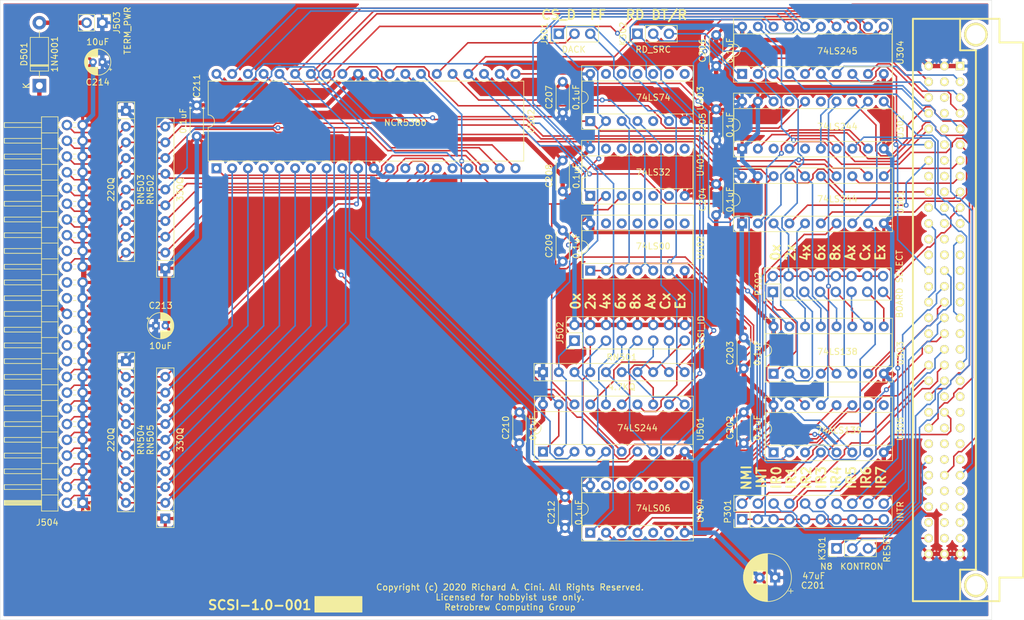
<source format=kicad_pcb>
(kicad_pcb (version 20211014) (generator pcbnew)
  (layers (0 "F.Cu" signal) (31 "B.Cu" signal) (34 "B.Paste" user) (35 "F.Paste" user) (36 "B.SilkS" user "B.Silkscreen") (37 "F.SilkS" user "F.Silkscreen") (38 "B.Mask" user) (39 "F.Mask" user) (44 "Edge.Cuts" user))
  (net 0 "")
  (net 1 "GND")
  (net 2 "VCC")
  (net 3 "Net-(D501-Pad2)")
  (net 4 "Net-(D501-Pad1)")
  (net 5 "B_/RESET")
  (net 6 "B_/MREQ")
  (net 7 "B_/CLK")
  (net 8 "B_A15")
  (net 9 "B_A12")
  (net 10 "B_/RESOUT")
  (net 11 "B_/HALT")
  (net 12 "B_/RD")
  (net 13 "B_A20")
  (net 14 "B_/WR")
  (net 15 "B_/INT")
  (net 16 "B_/NMI")
  (net 17 "B_A21")
  (net 18 "B_A10")
  (net 19 "B_A11")
  (net 20 "B_/IEI")
  (net 21 "Net-(DIN201-PadC15)")
  (net 22 "B_D1")
  (net 23 "B_A18")
  (net 24 "B_A17")
  (net 25 "B_A16")
  (net 26 "B_A7")
  (net 27 "B_A8")
  (net 28 "B_A1")
  (net 29 "B_A3")
  (net 30 "B_A0")
  (net 31 "B_D2")
  (net 32 "B_D7")
  (net 33 "B_D0")
  (net 34 "Net-(DIN201-PadB31)")
  (net 35 "Net-(DIN201-PadB30)")
  (net 36 "B_/DS1")
  (net 37 "B_/DS0")
  (net 38 "B_/TEND")
  (net 39 "B_/INTA")
  (net 40 "B_/SXTRQ")
  (net 41 "B_DREQ#")
  (net 42 "B_/SXTAK")
  (net 43 "B_/IR0")
  (net 44 "B_/IR1")
  (net 45 "B_/IR2")
  (net 46 "B_/IR3")
  (net 47 "B_/IR4")
  (net 48 "B_/IR5")
  (net 49 "B_/IR6")
  (net 50 "B_/IR7")
  (net 51 "B_D15")
  (net 52 "B_D14")
  (net 53 "B_D13")
  (net 54 "B_D12")
  (net 55 "B_D11")
  (net 56 "B_D10")
  (net 57 "B_D9")
  (net 58 "B_D8")
  (net 59 "B_A27")
  (net 60 "B_A26")
  (net 61 "B_A25")
  (net 62 "B_A24")
  (net 63 "B_/BUSAK")
  (net 64 "B_A9")
  (net 65 "B_A13")
  (net 66 "B_/RFSH")
  (net 67 "B_/IORQ")
  (net 68 "B_/IQ2")
  (net 69 "B_/IQ1")
  (net 70 "B_VBAT")
  (net 71 "B_/IQ0")
  (net 72 "B_A23")
  (net 73 "B_A22")
  (net 74 "B_/M1")
  (net 75 "Net-(DIN201-PadA19)")
  (net 76 "B_A14")
  (net 77 "B_/BAI")
  (net 78 "Net-(DIN201-PadA16)")
  (net 79 "Net-(DIN201-PadA15)")
  (net 80 "B_A19")
  (net 81 "Net-(DIN201-PadA13)")
  (net 82 "B_/BUSRQ")
  (net 83 "B_WAIT#")
  (net 84 "B_A6")
  (net 85 "B_A5")
  (net 86 "B_A4")
  (net 87 "B_A2")
  (net 88 "B_D4")
  (net 89 "B_D3")
  (net 90 "B_D6")
  (net 91 "B_D5")
  (net 92 "Net-(J501-Pad3)")
  (net 93 "Net-(J501-Pad2)")
  (net 94 "CS_DACK#")
  (net 95 "Net-(J502-Pad15)")
  (net 96 "Net-(J502-Pad13)")
  (net 97 "Net-(J502-Pad11)")
  (net 98 "Net-(J502-Pad9)")
  (net 99 "Net-(J502-Pad7)")
  (net 100 "Net-(J502-Pad5)")
  (net 101 "Net-(J502-Pad3)")
  (net 102 "Net-(J502-Pad1)")
  (net 103 "Net-(J504-Pad50)")
  (net 104 "Net-(J504-Pad48)")
  (net 105 "Net-(J504-Pad46)")
  (net 106 "Net-(J504-Pad44)")
  (net 107 "Net-(J504-Pad42)")
  (net 108 "Net-(J504-Pad40)")
  (net 109 "Net-(J504-Pad38)")
  (net 110 "Net-(J504-Pad36)")
  (net 111 "Net-(J504-Pad34)")
  (net 112 "Net-(J504-Pad32)")
  (net 113 "Net-(J504-Pad30)")
  (net 114 "Net-(J504-Pad28)")
  (net 115 "Net-(J504-Pad24)")
  (net 116 "Net-(J504-Pad22)")
  (net 117 "Net-(J504-Pad20)")
  (net 118 "Net-(J504-Pad18)")
  (net 119 "Net-(J504-Pad16)")
  (net 120 "Net-(J504-Pad14)")
  (net 121 "Net-(J504-Pad12)")
  (net 122 "Net-(J504-Pad10)")
  (net 123 "Net-(J504-Pad8)")
  (net 124 "Net-(J504-Pad6)")
  (net 125 "Net-(J504-Pad4)")
  (net 126 "Net-(J504-Pad2)")
  (net 127 "/Bus Drivers/RES#")
  (net 128 "BDSEL#")
  (net 129 "Net-(P302-Pad15)")
  (net 130 "Net-(P302-Pad13)")
  (net 131 "Net-(P302-Pad11)")
  (net 132 "Net-(P302-Pad9)")
  (net 133 "Net-(P302-Pad7)")
  (net 134 "Net-(P302-Pad5)")
  (net 135 "Net-(P302-Pad3)")
  (net 136 "Net-(P302-Pad1)")
  (net 137 "Net-(RN501-Pad10)")
  (net 138 "A4")
  (net 139 "A0")
  (net 140 "A5")
  (net 141 "A1")
  (net 142 "A6")
  (net 143 "A2")
  (net 144 "A7")
  (net 145 "A3")
  (net 146 "RESET#")
  (net 147 "RD#")
  (net 148 "Net-(U302-Pad17)")
  (net 149 "WR#")
  (net 150 "IORQ#")
  (net 151 "Net-(U302-Pad3)")
  (net 152 "M1#")
  (net 153 "D0")
  (net 154 "D1")
  (net 155 "D2")
  (net 156 "D3")
  (net 157 "D4")
  (net 158 "D5")
  (net 159 "D6")
  (net 160 "D7")
  (net 161 "Net-(U305-Pad15)")
  (net 162 "CS_5380#")
  (net 163 "CS_SCSIID#")
  (net 164 "Net-(U305-Pad10)")
  (net 165 "Net-(U305-Pad9)")
  (net 166 "Net-(U401-Pad13)")
  (net 167 "Net-(U401-Pad6)")
  (net 168 "Net-(U401-Pad12)")
  (net 169 "Net-(U401-Pad5)")
  (net 170 "Net-(U401-Pad11)")
  (net 171 "Net-(U401-Pad4)")
  (net 172 "Net-(U401-Pad10)")
  (net 173 "Net-(U401-Pad3)")
  (net 174 "Net-(U401-Pad9)")
  (net 175 "Net-(U401-Pad8)")
  (net 176 "Net-(U402-Pad13)")
  (net 177 "Net-(U402-Pad12)")
  (net 178 "Net-(U402-Pad11)")
  (net 179 "Net-(U402-Pad10)")
  (net 180 "Net-(U402-Pad3)")
  (net 181 "Net-(U402-Pad9)")
  (net 182 "Net-(U402-Pad8)")
  (net 183 "Net-(U403-Pad13)")
  (net 184 "Net-(U403-Pad12)")
  (net 185 "Net-(U403-Pad5)")
  (net 186 "Net-(U403-Pad11)")
  (net 187 "Net-(U403-Pad10)")
  (net 188 "Net-(U403-Pad9)")
  (net 189 "Net-(U403-Pad8)")
  (net 190 "B_DT-R")
  (net 191 "DT-R")
  (net 192 "Net-(K302-Pad2)")
  (net 193 "SCSI_IRQ#")
  (net 194 "Net-(U302-Pad15)")
  (net 195 "Net-(U302-Pad5)")
  (net 196 "Net-(U305-Pad7)")
  (net 197 "CS_TEND#")
  (net 198 "Net-(U404-Pad1)")
  (net 199 "Net-(U402-Pad6)")
  (net 200 "Net-(U402-Pad4)")
  (footprint "Capacitor_THT:C_Disc_D4.3mm_W1.9mm_P5.00mm" (layer "F.Cu") (at 153.67 48.895 90)
    (fp_text reference "C206")
    (fp_text value "0.1uF")
  )
  (footprint "Capacitor_THT:CP_Radial_D7.5mm_P2.50mm" (layer "F.Cu") (at 163.195 131.445 180)
    (fp_text reference "C201")
    (fp_text value "47uF")
  )
  (footprint "Capacitor_THT:C_Disc_D4.3mm_W1.9mm_P5.00mm" (layer "F.Cu") (at 153.67 72.945 90)
    (fp_text reference "C204")
    (fp_text value "0.1uF")
  )
  (footprint "Capacitor_THT:C_Disc_D4.3mm_W1.9mm_P5.00mm" (layer "F.Cu") (at 158.115 97.71 90)
    (fp_text reference "C203")
    (fp_text value "0.1uF")
  )
  (footprint "Capacitor_THT:C_Disc_D4.3mm_W1.9mm_P5.00mm" (layer "F.Cu") (at 128.905 80.438 90)
    (fp_text reference "C209")
    (fp_text value "0.1uF")
  )
  (footprint "Capacitor_THT:C_Disc_D4.3mm_W1.9mm_P5.00mm" (layer "F.Cu") (at 128.905 69.135 90)
    (fp_text reference "C208")
    (fp_text value "0.1uF")
  )
  (footprint "Capacitor_THT:C_Disc_D4.3mm_W1.9mm_P5.00mm" (layer "F.Cu") (at 158.115 109.775 90)
    (fp_text reference "C202")
    (fp_text value "0.1uF")
  )
  (footprint "Capacitor_THT:C_Disc_D4.3mm_W1.9mm_P5.00mm" (layer "F.Cu") (at 153.67 60.88 90)
    (fp_text reference "C205")
    (fp_text value "0.1uF")
  )
  (footprint "Package_DIP:DIP-40_W15.24mm" (layer "F.Cu") (at 73.025 65.405 90)
    (fp_text reference "U502")
    (fp_text value "NCR5380")
  )
  (footprint "Package_DIP:DIP-20_W7.62mm_Socket" (layer "F.Cu") (at 125.73 111.125 90)
    (fp_text reference "U501")
    (fp_text value "74LS244")
  )
  (footprint "Package_DIP:DIP-14_W7.62mm_Socket" (layer "F.Cu") (at 133.35 57.785 90)
    (fp_text reference "U403")
    (fp_text value "74LS74")
  )
  (footprint "Package_DIP:DIP-14_W7.62mm_Socket" (layer "F.Cu") (at 133.35 69.85 90)
    (fp_text reference "U401")
    (fp_text value "74LS32")
  )
  (footprint "Package_DIP:DIP-16_W7.62mm_Socket" (layer "F.Cu") (at 162.941 111.252 90)
    (fp_text reference "U305")
    (fp_text value "74ALS139")
  )
  (footprint "Package_DIP:DIP-20_W7.62mm_Socket" (layer "F.Cu") (at 157.861 50.165 90)
    (fp_text reference "U304")
    (fp_text value "74LS245")
  )
  (footprint "Package_DIP:DIP-16_W7.62mm_Socket" (layer "F.Cu") (at 162.941 98.552 90)
    (fp_text reference "U303")
    (fp_text value "74LS138")
  )
  (footprint "Package_DIP:DIP-20_W7.62mm_Socket" (layer "F.Cu") (at 157.861 62.23 90)
    (fp_text reference "U302")
    (fp_text value "74LS244")
  )
  (footprint "Package_DIP:DIP-20_W7.62mm_Socket" (layer "F.Cu") (at 157.861 74.295 90)
    (fp_text reference "U301")
    (fp_text value "74LS244")
  )
  (footprint "Resistor_THT:R_Array_SIP10" (layer "F.Cu") (at 58.42 56.134 -90)
    (fp_text reference "RN503")
    (fp_text value "220Q")
  )
  (footprint "Resistor_THT:R_Array_SIP10" (layer "F.Cu") (at 64.77 81.534 90)
    (fp_text reference "RN502")
    (fp_text value "330Q")
  )
  (footprint "Resistor_THT:R_Array_SIP10" (layer "F.Cu") (at 125.73 98.298)
    (fp_text reference "RN501")
    (fp_text value "4.7KQ")
  )
  (footprint "Resistor_THT:R_Array_SIP10" (layer "F.Cu") (at 64.77 121.92 90)
    (fp_text reference "RN505")
    (fp_text value "330Q")
  )
  (footprint "Connector_PinHeader_2.54mm:PinHeader_2x08_P2.54mm_Vertical" (layer "F.Cu") (at 162.814 85.344 90)
    (fp_text reference "P302")
    (fp_text value "BOARD SELECT")
  )
  (footprint "Resistor_THT:R_Array_SIP10" (layer "F.Cu") (at 58.42 96.52 -90)
    (fp_text reference "RN504")
    (fp_text value "220Q")
  )
  (footprint "Connector_PinHeader_2.54mm:PinHeader_2x10_P2.54mm_Vertical" (layer "F.Cu") (at 157.861 122.047 90)
    (fp_text reference "P301")
    (fp_text value "INTR")
  )
  (footprint "Connector_PinHeader_2.54mm:PinHeader_1x03_P2.54mm_Vertical" (layer "F.Cu") (at 173.101 126.746 90)
    (fp_text reference "K301")
    (fp_text value "RESET")
  )
  (footprint "Capacitor_THT:C_Disc_D4.3mm_W1.9mm_P5.00mm" (layer "F.Cu") (at 121.92 109.775 90)
    (fp_text reference "C210")
    (fp_text value "0.1uF")
  )
  (footprint "Diode_THT:D_DO-41_SOD81_P10.16mm_Horizontal" (layer "F.Cu") (at 44.45 52.07 90)
    (fp_text reference "D501")
    (fp_text value "1N4001")
  )
  (footprint "Connector_PinHeader_2.54mm:PinHeader_2x08_P2.54mm_Vertical" (layer "F.Cu") (at 130.81 93.218 90)
    (fp_text reference "J502")
    (fp_text value "SCSI_ID")
  )
  (footprint "Connector_PinHeader_2.54mm:PinHeader_1x03_P2.54mm_Vertical" (layer "F.Cu") (at 128.27 43.688 90)
    (fp_text reference "J501")
    (fp_text value "DACK")
  )
  (footprint "RAC_Custom:C96ABCM-RA" (layer "F.Cu") (at 190.5 88.265 90)
    (fp_text reference "DIN201")
    (fp_text value "C96ABC")
  )
  (footprint "Connector_PinHeader_2.54mm:PinHeader_2x25_P2.54mm_Horizontal" (layer "F.Cu") (at 51.435 119.38 180)
    (fp_text reference "J504")
    (fp_text value "SCSI BUSS")
  )
  (footprint "Capacitor_THT:C_Disc_D4.3mm_W1.9mm_P5.00mm" (layer "F.Cu") (at 129.286 123.444 90)
    (fp_text reference "C212")
    (fp_text value "0.1uF")
  )
  (footprint "Connector_PinHeader_2.54mm:PinHeader_1x03_P2.54mm_Vertical" (layer "F.Cu") (at 140.97 43.688 90)
    (fp_text reference "K302")
    (fp_text value "RD_SRC")
  )
  (footprint "Package_DIP:DIP-14_W7.62mm_Socket" (layer "F.Cu") (at 133.35 81.915 90)
    (fp_text reference "U402")
    (fp_text value "74LS00")
  )
  (footprint "Package_DIP:DIP-14_W7.62mm_Socket" (layer "F.Cu") (at 133.35 124.206 90)
    (fp_text reference "U404")
    (fp_text value "74LS06")
  )
  (footprint "Connector_PinHeader_2.54mm:PinHeader_1x02_P2.54mm_Vertical" (layer "F.Cu") (at 54.61 41.91 -90)
    (fp_text reference "J503")
    (fp_text value "TERM_PWR")
  )
  (footprint "Capacitor_THT:C_Disc_D4.3mm_W1.9mm_P5.00mm" (layer "F.Cu") (at 69.85 55.245 -90)
    (fp_text reference "C211")
    (fp_text value "0.1uF")
  )
  (footprint "Capacitor_THT:C_Disc_D4.3mm_W1.9mm_P5.00mm" (layer "F.Cu") (at 128.905 56.435 90)
    (fp_text reference "C207")
    (fp_text value "0.1uF")
  )
  (footprint "Capacitor_THT:CP_Radial_D4.0mm_P1.50mm" (layer "F.Cu") (at 63.27 90.805)
    (fp_text reference "C213")
    (fp_text value "10uF")
  )
  (footprint "Capacitor_THT:CP_Radial_D4.0mm_P1.50mm" (layer "F.Cu") (at 54.61 48.26 180)
    (fp_text reference "C214")
    (fp_text value "10uF")
  )
  (gr_poly (pts (xy 88.9 134.493) (xy 96.52 134.493) (xy 96.52 137.033) (xy 88.9 137.033)) (layer "F.SilkS") (width 0.1) (fill solid))
  (gr_line (start 198.12 138.265) (end 198.12 88.265) (layer "Edge.Cuts") (width 0.05))
  (gr_line (start 38.12 138.265) (end 198.12 138.265) (layer "Edge.Cuts") (width 0.05))
  (gr_line (start 38.12 38.265) (end 38.12 138.265) (layer "Edge.Cuts") (width 0.05))
  (gr_line (start 198.12 38.265) (end 38.12 38.265) (layer "Edge.Cuts") (width 0.05))
  (gr_line (start 198.12 88.265) (end 198.12 38.265) (layer "Edge.Cuts") (width 0.05))
  (gr_text "Copyright (c) 2020 Richard A. Cini. All Rights Reserved.\nLicensed for hobbyist use only.\nRetrobrew Computing Group" (at 120.396 134.62) (layer "F.SilkS") (effects (font (size 1 1))))
  (gr_text "SCSI-1.0-001" (at 80.01 135.89) (layer "F.SilkS") (effects (font (size 1.5 1.5) (thickness 0.3))))
  (gr_text "KONTRON" (at 177.165 129.667) (layer "F.SilkS") (effects (font (size 1 1))))
  (gr_text "N8" (at 171.45 129.667) (layer "F.SilkS") (effects (font (size 1 1))))
  (gr_text "NMI\nINT\nIR0\nIR1\nIR2\nIR3\nIR4\nIR5\nIR6\nIR7" (at 169.418 115.316 90) (layer "F.SilkS") (effects (font (size 1.5 1.5) (thickness 0.3))))
  (gr_text "0x\n2x\n4x\n6x\n8x\nAx\nCx\nEx" (at 171.704 78.994 90) (layer "F.SilkS") (effects (font (size 1.5 1.5) (thickness 0.3))))
  (gr_text "CS_D  FF" (at 130.683 40.64) (layer "F.SilkS") (effects (font (size 1.5 1.5) (thickness 0.3))))
  (gr_text "0x\n2x\n4x\n6x\n8x\nAx\nCx\nEx" (at 139.446 86.868 90) (layer "F.SilkS") (effects (font (size 1.5 1.5) (thickness 0.3))))
  (gr_text "RD DT/R" (at 144.018 40.64) (layer "F.SilkS") (effects (font (size 1.5 1.5) (thickness 0.3))))
  (segment (start 188.5432 121.3005) (end 189.23 121.9873) (width 0.7112) (layer "F.Cu") (net 1))
  (segment (start 157.8543 69.2217) (end 154.9467 69.2217) (width 0.7112) (layer "F.Cu") (net 1))
  (segment (start 93.2843 60.2643) (end 98.425 65.405) (width 0.7112) (layer "F.Cu") (net 1))
  (segment (start 152.2809 55.88) (end 150.495 55.88) (width 0.7112) (layer "F.Cu") (net 1))
  (segment (start 150.495 67.945) (end 148.59 69.85) (width 0.7112) (layer "F.Cu") (net 1))
  (segment (start 143.2757 52.4707) (end 148.59 57.785) (width 0.7112) (layer "F.Cu") (net 1))
  (segment (start 129.9407 52.4707) (end 143.2757 52.4707) (width 0.7112) (layer "F.Cu") (net 1))
  (segment (start 193.04 127.635) (end 190.5 127.635) (width 0.7112) (layer "F.Cu") (net 1))
  (segment (start 153.67 46.8881) (end 153.67 43.895) (width 0.7112) (layer "F.Cu") (net 1))
  (segment (start 161.804 53.207) (end 160.401 54.61) (width 0.7112) (layer "F.Cu") (net 1))
  (segment (start 187.4699 121.3005) (end 188.5432 121.3005) (width 0.7112) (layer "F.Cu") (net 1))
  (segment (start 51.689 81.534) (end 51.435 81.28) (width 0.7112) (layer "F.Cu") (net 1))
  (segment (start 148.6578 81.9828) (end 148.59 81.915) (width 0.7112) (layer "F.Cu") (net 1))
  (segment (start 154.9467 69.2217) (end 153.67 67.945) (width 0.7112) (layer "F.Cu") (net 1))
  (segment (start 153.67 67.945) (end 150.495 67.945) (width 0.7112) (layer "F.Cu") (net 1))
  (segment (start 180.721 114.5516) (end 187.4699 121.3005) (width 0.7112) (layer "F.Cu") (net 1))
  (segment (start 180.721 50.165) (end 180.721 53.207) (width 0.7112) (layer "F.Cu") (net 1))
  (segment (start 189.23 121.9873) (end 189.23 126.365) (width 0.7112) (layer "F.Cu") (net 1))
  (segment (start 182.0846 60.7853) (end 180.721 62.1489) (width 0.7112) (layer "F.Cu") (net 1))
  (segment (start 64.77 81.534) (end 51.689 81.534) (width 0.7112) (layer "F.Cu") (net 1))
  (segment (start 145.8595 113.8555) (end 133.8745 113.8555) (width 0.7112) (layer "F.Cu") (net 1))
  (segment (start 189.23 126.365) (end 190.5 127.635) (width 0.7112) (layer "F.Cu") (net 1))
  (segment (start 159.019 55.992) (end 153.782 55.992) (width 0.7112) (layer "F.Cu") (net 1))
  (segment (start 180.721 53.207) (end 161.804 53.207) (width 0.7112) (layer "F.Cu") (net 1))
  (segment (start 150.495 55.88) (end 148.59 57.785) (width 0.7112) (layer "F.Cu") (net 1))
  (segment (start 153.782 55.992) (end 153.67 55.88) (width 0.7112) (layer "F.Cu") (net 1))
  (segment (start 133.35 90.678) (end 135.89 90.678) (width 0.7112) (layer "F.Cu") (net 1))
  (segment (start 53.975 121.92) (end 64.77 121.92) (width 0.7112) (layer "F.Cu") (net 1))
  (segment (start 69.8693 60.2643) (end 93.2843 60.2643) (width 0.7112) (layer "F.Cu") (net 1))
  (segment (start 152.2809 48.2772) (end 153.67 46.8881) (width 0.7112) (layer "F.Cu") (net 1))
  (segment (start 158.115 92.71) (end 156.0152 90.6102) (width 0.7112) (layer "F.Cu") (net 1))
  (segment (start 180.721 62.1489) (end 180.721 62.23) (width 0.7112) (layer "F.Cu") (net 1))
  (segment (start 143.51 90.678) (end 146.05 90.678) (width 0.7112) (layer "F.Cu") (net 1))
  (segment (start 180.721 53.207) (end 181.2431 53.207) (width 0.7112) (layer "F.Cu") (net 1))
  (segment (start 160.401 54.61) (end 159.019 55.992) (width 0.7112) (layer "F.Cu") (net 1))
  (segment (start 148.6578 90.6102) (end 148.6578 81.9828) (width 0.7112) (layer "F.Cu") (net 1))
  (segment (start 157.861 69.2284) (end 157.8543 69.2217) (width 0.7112) (layer "F.Cu") (net 1))
  (segment (start 130.81 90.678) (end 133.35 90.678) (width 0.7112) (layer "F.Cu") (net 1))
  (segment (start 181.2431 53.207) (end 182.0846 54.0485) (width 0.7112) (layer "F.Cu") (net 1))
  (segment (start 187.96 127.635) (end 190.5 127.635) (width 0.7112) (layer "F.Cu") (net 1))
  (segment (start 135.89 90.678) (end 138.43 90.678) (width 0.7112) (layer "F.Cu") (net 1))
  (segment (start 156.0152 90.6102) (end 148.6578 90.6102) (width 0.7112) (layer "F.Cu") (net 1))
  (segment (start 148.59 90.678) (end 146.05 90.678) (width 0.7112) (layer "F.Cu") (net 1))
  (segment (start 152.2809 55.88) (end 152.2809 48.2772) (width 0.7112) (layer "F.Cu") (net 1))
  (segment (start 51.689 81.534) (end 51.689 83.566) (width 0.7112) (layer "F.Cu") (net 1))
  (segment (start 51.689 83.566) (end 51.435 83.82) (width 0.7112) (layer "F.Cu") (net 1))
  (segment (start 133.8745 113.8555) (end 129.286 118.444) (width 0.7112) (layer "F.Cu") (net 1))
  (segment (start 180.721 111.252) (end 180.721 114.5516) (width 0.7112) (layer "F.Cu") (net 1))
  (segment (start 157.861 74.295) (end 157.861 69.2284) (width 0.7112) (layer "F.Cu") (net 1))
  (segment (start 51.435 119.38) (end 53.975 121.92) (width 0.7112) (layer "F.Cu") (net 1))
  (segment (start 69.85 60.245) (end 69.8693 60.2643) (width 0.7112) (layer "F.Cu") (net 1))
  (segment (start 148.6578 90.6102) (end 148.59 90.678) (width 0.7112) (layer "F.Cu") (net 1))
  (segment (start 148.59 111.125) (end 145.8595 113.8555) (width 0.7112) (layer "F.Cu") (net 1))
  (segment (start 153.67 55.88) (end 152.2809 55.88) (width 0.7112) (layer "F.Cu") (net 1))
  (segment (start 182.0846 54.0485) (end 182.0846 60.7853) (width 0.7112) (layer "F.Cu") (net 1))
  (segment (start 138.43 90.678) (end 140.97 90.678) (width 0.7112) (layer "F.Cu") (net 1))
  (segment (start 160.401 66.675) (end 157.8543 69.2217) (width 0.7112) (layer "F.Cu") (net 1))
  (segment (start 128.905 51.435) (end 129.9407 52.4707) (width 0.7112) (layer "F.Cu") (net 1))
  (segment (start 140.97 90.678) (end 143.51 90.678) (width 0.7112) (layer "F.Cu") (net 1))
  (segment (start 150.3235 112.5665) (end 150.3235 124.206) (width 0.7112) (layer "B.Cu") (net 1))
  (segment (start 182.0828 72.9332) (end 180.721 74.295) (width 0.7112) (layer "B.Cu") (net 1))
  (segment (start 180.721 74.295) (end 182.077 75.651) (width 0.7112) (layer "B.Cu") (net 1))
  (segment (start 123.3114 106.1664) (end 123.3114 112.4694) (width 0.7112) (layer "B.Cu") (net 1))
  (segment (start 51.435 111.76) (end 51.435 109.22) (width 0.7112) (layer "B.Cu") (net 1))
  (segment (start 157.7945 74.3615) (end 157.7945 92.3895) (width 0.7112) (layer "B.Cu") (net 1))
  (segment (start 157.861 64.135) (end 157.861 62.23) (width 0.7112) (layer "B.Cu") (net 1))
  (segment (start 157.861 74.295) (end 157.7945 74.3615) (width 0.7112) (layer "B.Cu") (net 1))
  (segment (start 157.7945 92.3895) (end 158.115 92.71) (width 0.7112) (layer "B.Cu") (net 1))
  (segment (start 127.5385 74.0715) (end 127.5385 66.761) (width 0.7112) (layer "B.Cu") (net 1))
  (segment (start 160.401 59.69) (end 160.401 54.61) (width 0.7112) (layer "B.Cu") (net 1))
  (segment (start 182.0828 63.5918) (end 182.0828 72.9332) (width 0.7112) (layer "B.Cu") (net 1))
  (segment (start 127.5385 65.5015) (end 128.905 64.135) (width 0.7112) (layer "B.Cu") (net 1))
  (segment (start 99.781 66.761) (end 127.5385 66.761) (width 0.7112) (layer "B.Cu") (net 1))
  (segment (start 182.1005 109.8725) (end 182.1005 99.9315) (width 0.7112) (layer "B.Cu") (net 1))
  (segment (start 51.435 119.38) (end 51.435 116.84) (width 0.7112) (layer "B.Cu") (net 1))
  (segment (start 51.435 58.42) (end 53.11 56.745) (width 0.7112) (layer "B.Cu") (net 1))
  (segment (start 150.0315 112.5665) (end 150.3235 112.5665) (width 0.7112) (layer "B.Cu") (net 1))
  (segment (start 51.435 71.12) (end 51.435 68.58) (width 0.7112) (layer "B.Cu") (net 1))
  (segment (start 51.435 116.84) (end 51.435 114.3) (width 0.7112) (layer "B.Cu") (net 1))
  (segment (start 159.4837 103.4063) (end 159.4837 94.0787) (width 0.7112) (layer "B.Cu") (net 1))
  (segment (start 160.695 131.445) (end 153.456 124.206) (width 0.7112) (layer "B.Cu") (net 1))
  (segment (start 182.077 75.651) (end 182.077 97.196) (width 0.7112) (layer "B.Cu") (net 1))
  (segment (start 51.435 101.6) (end 51.435 99.06) (width 0.7112) (layer "B.Cu") (net 1))
  (segment (start 123.3114 112.4694) (end 129.286 118.444) (width 0.7112) (layer "B.Cu") (net 1))
  (segment (start 150.3235 124.206) (end 148.59 124.206) (width 0.7112) (layer "B.Cu") (net 1))
  (segment (start 158.115 104.775) (end 159.4837 103.4063) (width 0.7112) (layer "B.Cu") (net 1))
  (segment (start 150.3235 112.5665) (end 158.115 104.775) (width 0.7112) (layer "B.Cu") (net 1))
  (segment (start 130.81 90.678) (end 130.81 77.343) (width 0.7112) (layer "B.Cu") (net 1))
  (segment (start 127.5385 66.761) (end 127.5385 65.5015) (width 0.7112) (layer "B.Cu") (net 1))
  (segment (start 128.905 75.438) (end 127.5385 74.0715) (width 0.7112) (layer "B.Cu") (net 1))
  (segment (start 51.435 104.14) (end 51.435 101.6) (width 0.7112) (layer "B.Cu") (net 1))
  (segment (start 121.92 104.775) (end 123.3114 106.1664) (width 0.7112) (layer "B.Cu") (net 1))
  (segment (start 69.85 60.245) (end 69.85 76.454) (width 0.7112) (layer "B.Cu") (net 1))
  (segment (start 51.435 68.58) (end 51.435 66.04) (width 0.7112) (layer "B.Cu") (net 1))
  (segment (start 51.435 93.98) (end 51.435 91.44) (width 0.7112) (layer "B.Cu") (net 1))
  (segment (start 51.435 109.22) (end 51.435 106.68) (width 0.7112) (layer "B.Cu") (net 1))
  (segment (start 51.435 91.44) (end 51.435 88.9) (width 0.7112) (layer "B.Cu") (net 1))
  (segment (start 51.435 106.68) (end 51.435 104.14) (width 0.7112) (layer "B.Cu") (net 1))
  (segment (start 130.81 77.343) (end 128.905 75.438) (width 0.7112) (layer "B.Cu") (net 1))
  (segment (start 180.721 111.252) (end 182.1005 109.8725) (width 0.7112) (layer "B.Cu") (net 1))
  (segment (start 148.59 111.125) (end 150.0315 112.5665) (width 0.7112) (layer "B.Cu") (net 1))
  (segment (start 182.1005 99.9315) (end 180.721 98.552) (width 0.7112) (layer "B.Cu") (net 1))
  (segment (start 153.456 124.206) (end 150.3235 124.206) (width 0.7112) (layer "B.Cu") (net 1))
  (segment (start 51.435 86.36) (end 51.435 83.82) (width 0.7112) (layer "B.Cu") (net 1))
  (segment (start 51.435 114.3) (end 51.435 111.76) (width 0.7112) (layer "B.Cu") (net 1))
  (segment (start 182.077 97.196) (end 180.721 98.552) (width 0.7112) (layer "B.Cu") (net 1))
  (segment (start 51.435 63.5) (end 51.435 60.96) (width 0.7112) (layer "B.Cu") (net 1))
  (segment (start 98.425 65.405) (end 99.781 66.761) (width 0.7112) (layer "B.Cu") (net 1))
  (segment (start 53.11 56.745) (end 53.11 48.26) (width 0.7112) (layer "B.Cu") (net 1))
  (segment (start 160.401 66.675) (end 157.861 64.135) (width 0.7112) (layer "B.Cu") (net 1))
  (segment (start 157.861 62.23) (end 160.401 59.69) (width 0.7112) (layer "B.Cu") (net 1))
  (segment (start 51.435 66.04) (end 51.435 63.5) (width 0.7112) (layer "B.Cu") (net 1))
  (segment (start 51.435 78.74) (end 51.435 76.2) (width 0.7112) (layer "B.Cu") (net 1))
  (segment (start 180.721 62.23) (end 182.0828 63.5918) (width 0.7112) (layer "B.Cu") (net 1))
  (segment (start 51.435 81.28) (end 51.435 78.74) (width 0.7112) (layer "B.Cu") (net 1))
  (segment (start 69.85 76.454) (end 64.77 81.534) (width 0.7112) (layer "B.Cu") (net 1))
  (segment (start 51.435 88.9) (end 51.435 86.36) (width 0.7112) (layer "B.Cu") (net 1))
  (segment (start 51.435 73.66) (end 51.435 71.12) (width 0.7112) (layer "B.Cu") (net 1))
  (segment (start 51.435 60.96) (end 51.435 58.42) (width 0.7112) (layer "B.Cu") (net 1))
  (segment (start 51.435 76.2) (end 51.435 73.66) (width 0.7112) (layer "B.Cu") (net 1))
  (segment (start 159.4837 94.0787) (end 158.115 92.71) (width 0.7112) (layer "B.Cu") (net 1))
  (segment (start 64.77 81.534) (end 64.77 90.805) (width 0.7112) (layer "B.Cu") (net 1))
  (segment (start 51.435 96.52) (end 51.435 93.98) (width 0.7112) (layer "B.Cu") (net 1))
  (segment (start 51.435 99.06) (end 51.435 96.52) (width 0.7112) (layer "B.Cu") (net 1))
  (segment (start 187.96 48.895) (end 183.769 44.704) (width 0.7112) (layer "F.Cu") (net 2))
  (segment (start 162.941 92.884) (end 162.941 90.932) (width 0.7112) (layer "F.Cu") (net 2))
  (segment (start 153.67 72.945) (end 153.67 75.6846) (width 0.7112) (layer "F.Cu") (net 2))
  (segment (start 95.885 50.165) (end 90.805 55.245) (width 0.7112) (layer "F.Cu") (net 2))
  (segment (start 190.5 48.895) (end 187.96 48.895) (width 0.7112) (layer "F.Cu") (net 2))
  (segment (start 153.67 81.661) (end 162.941 90.932) (width 0.7112) (layer "F.Cu") (net 2))
  (segment (start 162.941 103.632) (end 158.115 98.806) (width 0.7112) (layer "F.Cu") (net 2))
  (segment (start 193.04 48.895) (end 190.5 48.895) (width 0.7112) (layer "F.Cu") (net 2))
  (segment (start 153.67 75.6846) (end 133.6584 75.6846) (width 0.7112) (layer "F.Cu") (net 2))
  (segment (start 133.6584 74.6034) (end 133.35 74.295) (width 0.7112) (layer "F.Cu") (net 2))
  (segment (start 153.67 48.895) (end 157.861 44.704) (width 0.7112) (layer "F.Cu") (net 2))
  (segment (start 157.861 44.704) (end 157.861 42.545) (width 0.7112) (layer "F.Cu") (net 2))
  (segment (start 162.941 104.949) (end 162.941 103.632) (width 0.7112) (layer "F.Cu") (net 2))
  (segment (start 95.885 50.165) (end 106.4396 60.7196) (width 0.7112) (layer "F.Cu") (net 2))
  (segment (start 125.73 105.965) (end 121.92 109.775) (width 0.7112) (layer "F.Cu") (net 2))
  (segment (start 158.115 97.71) (end 162.941 92.884) (width 0.7112) (layer "F.Cu") (net 2))
  (segment (start 153.67 75.6846) (end 153.67 81.661) (width 0.7112) (layer "F.Cu") (net 2))
  (segment (start 106.4396 60.7196) (end 122.9496 60.7196) (width 0.7112) (layer "F.Cu") (net 2))
  (segment (start 153.67 50.419) (end 153.67 48.895) (width 0.7112) (layer "F.Cu") (net 2))
  (segment (start 158.115 98.806) (end 158.115 97.71) (width 0.7112) (layer "F.Cu") (net 2))
  (segment (start 183.769 44.704) (end 157.861 44.704) (width 0.7112) (layer "F.Cu") (net 2))
  (segment (start 128.905 66.675) (end 133.35 62.23) (width 0.7112) (layer "F.Cu") (net 2))
  (segment (start 128.905 69.135) (end 128.905 66.675) (width 0.7112) (layer "F.Cu") (net 2))
  (segment (start 122.9496 60.7196) (end 128.905 66.675) (width 0.7112) (layer "F.Cu") (net 2))
  (segment (start 125.73 103.505) (end 125.73 105.965) (width 0.7112) (layer "F.Cu") (net 2))
  (segment (start 133.6584 75.6846) (end 133.6584 74.6034) (width 0.7112) (layer "F.Cu") (net 2))
  (segment (start 157.861 54.61) (end 153.67 50.419) (width 0.7112) (layer "F.Cu") (net 2))
  (segment (start 90.805 55.245) (end 69.85 55.245) (width 0.7112) (layer "F.Cu") (net 2))
  (segment (start 158.115 109.775) (end 162.941 104.949) (width 0.7112) (layer "F.Cu") (net 2))
  (segment (start 133.6584 75.6846) (end 128.905 80.438) (width 0.7112) (layer "F.Cu") (net 2))
  (segment (start 54.61 48.26) (end 58.42 52.07) (width 0.7112) (layer "B.Cu") (net 2))
  (segment (start 153.67 72.945) (end 157.861 68.754) (width 0.7112) (layer "B.Cu") (net 2))
  (segment (start 156.4329 124.6829) (end 156.4329 111.4571) (width 0.7112) (layer "B.Cu") (net 2))
  (segment (start 128.905 56.435) (end 133.35 51.99) (width 0.7112) (layer "B.Cu") (net 2))
  (segment (start 133.35 119.38) (end 133.35 116.586) (width 0.7112) (layer "B.Cu") (net 2))
  (segment (start 129.286 123.444) (end 133.35 119.38) (width 0.7112) (layer "B.Cu") (net 2))
  (segment (start 69.85 55.245) (end 66.2577 55.245) (width 0.7112) (layer "B.Cu") (net 2))
  (segment (start 157.861 68.754) (end 157.861 66.675) (width 0.7112) (layer "B.Cu") (net 2))
  (segment (start 61.8944 59.6083) (end 58.42 56.134) (width 0.7112) (layer "B.Cu") (net 2))
  (segment (start 163.195 131.445) (end 156.4329 124.6829) (width 0.7112) (layer "B.Cu") (net 2))
  (segment (start 125.73 98.298) (end 125.73 103.505) (width 0.7112) (layer "B.Cu") (net 2))
  (segment (start 63.27 60.984) (end 61.8944 59.6083) (width 0.7112) (layer "B.Cu") (net 2))
  (segment (start 153.67 58.801) (end 153.67 60.88) (width 0.7112) (layer "B.Cu") (net 2))
  (segment (start 128.905 56.435) (end 128.905 57.785) (width 0.7112) (layer "B.Cu") (net 2))
  (segment (start 157.861 54.61) (end 153.67 58.801) (width 0.7112) (layer "B.Cu") (net 2))
  (segment (start 128.905 69.135) (end 133.35 73.58) (width 0.7112) (layer "B.Cu") (net 2))
  (segment (start 156.4329 111.4571) (end 158.115 109.775) (width 0.7112) (layer "B.Cu") (net 2))
  (segment (start 133.35 51.99) (end 133.35 50.165) (width 0.7112) (layer "B.Cu") (net 2))
  (segment (start 54.61 41.91) (end 54.61 48.26) (width 0.7112) (layer "B.Cu") (net 2))
  (segment (start 128.905 57.785) (end 133.35 62.23) (width 0.7112) (layer "B.Cu") (net 2))
  (segment (start 153.67 62.484) (end 157.861 66.675) (width 0.7112) (layer "B.Cu") (net 2))
  (segment (start 121.92 116.078) (end 129.286 123.444) (width 0.7112) (layer "B.Cu") (net 2))
  (segment (start 63.27 91.67) (end 63.27 90.805) (width 0.7112) (layer "B.Cu") (net 2))
  (segment (start 128.905 80.438) (end 125.73 83.613) (width 0.7112) (layer "B.Cu") (net 2))
  (segment (start 133.35 73.58) (end 133.35 74.295) (width 0.7112) (layer "B.Cu") (net 2))
  (segment (start 63.27 90.805) (end 63.27 60.984) (width 0.7112) (layer "B.Cu") (net 2))
  (segment (start 66.2577 55.245) (end 61.8944 59.6083) (width 0.7112) (layer "B.Cu") (net 2))
  (segment (start 153.67 60.88) (end 153.67 62.484) (width 0.7112) (layer "B.Cu") (net 2))
  (segment (start 121.92 109.775) (end 121.92 116.078) (width 0.7112) (layer "B.Cu") (net 2))
  (segment (start 58.42 96.52) (end 63.27 91.67) (width 0.7112) (layer "B.Cu") (net 2))
  (segment (start 58.42 52.07) (end 58.42 56.134) (width 0.7112) (layer "B.Cu") (net 2))
  (segment (start 125.73 83.613) (end 125.73 98.298) (width 0.7112) (layer "B.Cu") (net 2))
  (segment (start 44.45 41.91) (end 52.07 41.91) (width 0.7112) (layer "F.Cu") (net 3))
  (segment (start 44.45 84.455) (end 48.895 88.9) (width 0.7112) (layer "F.Cu") (net 4))
  (segment (start 44.45 52.07) (end 44.45 84.455) (width 0.7112) (layer "F.Cu") (net 4))
  (segment (start 174.752 125.095) (end 173.101 126.746) (width 0.25) (layer "F.Cu") (net 5))
  (segment (start 187.96 125.095) (end 174.752 125.095) (width 0.25) (layer "F.Cu") (net 5))
  (segment (start 186.936 113.419) (end 187.96 112.395) (width 0.25) (layer "B.Cu") (net 10))
  (segment (start 179.6744 126.746) (end 186.936 119.4844) (width 0.25) (layer "B.Cu") (net 10))
  (segment (start 186.936 119.4844) (end 186.936 113.419) (width 0.25) (layer "B.Cu") (net 10))
  (segment (start 178.181 126.746) (end 179.6744 126.746) (width 0.25) (layer "B.Cu") (net 10))
  (segment (start 192.0161 101.738) (end 192.7891 100.965) (width 0.25) (layer "F.Cu") (net 12))
  (segment (start 178.1841 63.8477) (end 176.911 62.5746) (width 0.25) (layer "F.Cu") (net 12))
  (segment (start 192.7891 100.965) (end 193.2672 100.965) (width 0.25) (layer "F.Cu") (net 12))
  (segment (start 189.4761 104.278) (end 190.4952 103.2589) (width 0.25) (layer "F.Cu") (net 12))
  (segment (start 195.0271 61.3976) (end 193.7085 60.079) (width 0.25) (layer "F.Cu") (net 12))
  (segment (start 176.911 61.8413) (end 174.7437 59.674) (width 0.25) (layer "F.Cu") (net 12))
  (segment (start 182.0846 63.8477) (end 178.1841 63.8477) (width 0.25) (layer "F.Cu") (net 12))
  (segment (start 190.4952 103.2589) (end 190.997 103.2589) (width 0.25) (layer "F.Cu") (net 12))
  (segment (start 186.9361 58.9962) (end 182.0846 63.8477) (width 0.25) (layer "F.Cu") (net 12))
  (segment (start 189.0895 58.7001) (end 188.3678 57.9784) (width 0.25) (layer "F.Cu") (net 12))
  (segment (start 165.6156 59.674) (end 165.3252 59.9644) (width 0.25) (layer "F.Cu") (net 12))
  (segment (start 193.2672 100.965) (end 195.0271 99.2051) (width 0.25) (layer "F.Cu") (net 12))
  (segment (start 188.3678 57.9784) (end 187.5165 57.9784) (width 0.25) (layer "F.Cu") (net 12))
  (segment (start 174.7437 59.674) (end 165.6156 59.674) (width 0.25) (layer "F.Cu") (net 12))
  (segment (start 189.4761 105.7989) (end 189.4761 104.278) (width 0.25) (layer "F.Cu") (net 12))
  (segment (start 193.7085 60.079) (end 190.067 60.079) (width 0.25) (layer "F.Cu") (net 12))
  (segment (start 195.0271 99.2051) (end 195.0271 61.3976) (width 0.25) (layer "F.Cu") (net 12))
  (segment (start 190.067 60.079) (end 189.0895 59.1015) (width 0.25) (layer "F.Cu") (net 12))
  (segment (start 187.5165 57.9784) (end 186.9361 58.5588) (width 0.25) (layer "F.Cu") (net 12))
  (segment (start 192.0161 102.2398) (end 192.0161 101.738) (width 0.25) (layer "F.Cu") (net 12))
  (segment (start 165.3252 59.9644) (end 162.6666 59.9644) (width 0.25) (layer "F.Cu") (net 12))
  (segment (start 190.997 103.2589) (end 192.0161 102.2398) (width 0.25) (layer "F.Cu") (net 12))
  (segment (start 186.9361 58.5588) (end 186.9361 58.9962) (width 0.25) (layer "F.Cu") (net 12))
  (segment (start 162.6666 59.9644) (end 160.401 62.23) (width 0.25) (layer "F.Cu") (net 12))
  (segment (start 176.911 62.5746) (end 176.911 61.8413) (width 0.25) (layer "F.Cu") (net 12))
  (segment (start 189.0895 59.1015) (end 189.0895 58.7001) (width 0.25) (layer "F.Cu") (net 12))
  (segment (start 187.96 107.315) (end 189.4761 105.7989) (width 0.25) (layer "F.Cu") (net 12))
  (segment (start 173.9446 64.7483) (end 183.1786 64.7483) (width 0.25) (layer "F.Cu") (net 14))
  (segment (start 171.831 61.9071) (end 171.831 62.6347) (width 0.25) (layer "F.Cu") (net 14))
  (segment (start 191.77 61.8603) (end 191.77 61.3126) (width 0.25) (layer "F.Cu") (net 14))
  (segment (start 165.8191 62.23) (end 166.9723 61.0768) (width 0.25) (layer "F.Cu") (net 14))
  (segment (start 166.9723 61.0768) (end 171.0007 61.0768) (width 0.25) (layer "F.Cu") (net 14))
  (segment (start 193.5052 60.5712) (end 194.5498 61.6158) (width 0.25) (layer "F.Cu") (net 14))
  (segment (start 171.0007 61.0768) (end 171.831 61.9071) (width 0.25) (layer "F.Cu") (net 14))
  (segment (start 191.77 61.3126) (end 192.5114 60.5712) (width 0.25) (layer "F.Cu") (net 14))
  (segment (start 193.2686 98.425) (end 192.7913 98.425) (width 0.25) (layer "F.Cu") (net 14))
  (segment (start 190.7266 100.965) (end 189.23 100.965) (width 0.25) (layer "F.Cu") (net 14))
  (segment (start 189.23 100.965) (end 187.96 102.235) (width 0.25) (layer "F.Cu") (net 14))
  (segment (start 192.7913 98.425) (end 191.5239 99.6924) (width 0.25) (layer "F.Cu") (net 14))
  (segment (start 190.7904 62.8399) (end 191.77 61.8603) (width 0.25) (layer "F.Cu") (net 14))
  (segment (start 171.831 62.6347) (end 173.9446 64.7483) (width 0.25) (layer "F.Cu") (net 14))
  (segment (start 183.1786 64.7483) (end 185.087 62.8399) (width 0.25) (layer "F.Cu") (net 14))
  (segment (start 194.5498 97.1438) (end 193.2686 98.425) (width 0.25) (layer "F.Cu") (net 14))
  (segment (start 165.481 62.23) (end 165.8191 62.23) (width 0.25) (layer "F.Cu") (net 14))
  (segment (start 185.087 62.8399) (end 190.7904 62.8399) (width 0.25) (layer "F.Cu") (net 14))
  (segment (start 191.5239 100.1677) (end 190.7266 100.965) (width 0.25) (layer "F.Cu") (net 14))
  (segment (start 194.5498 61.6158) (end 194.5498 97.1438) (width 0.25) (layer "F.Cu") (net 14))
  (segment (start 191.5239 99.6924) (end 191.5239 100.1677) (width 0.25) (layer "F.Cu") (net 14))
  (segment (start 192.5114 60.5712) (end 193.5052 60.5712) (width 0.25) (layer "F.Cu") (net 14))
  (segment (start 171.831 110.8642) (end 171.831 111.5893) (width 0.25) (layer "F.Cu") (net 15))
  (segment (start 178.9339 107.8958) (end 174.7994 107.8958) (width 0.25) (layer "F.Cu") (net 15))
  (segment (start 162.1742 117.7338) (end 160.401 119.507) (width 0.25) (layer "F.Cu") (net 15))
  (segment (start 174.7994 107.8958) (end 171.831 110.8642) (width 0.25) (layer "F.Cu") (net 15))
  (segment (start 165.6865 117.7338) (end 162.1742 117.7338) (width 0.25) (layer "F.Cu") (net 15))
  (segment (start 187.1347 99.695) (end 178.9339 107.8958) (width 0.25) (layer "F.Cu") (net 15))
  (segment (start 187.96 99.695) (end 187.1347 99.695) (width 0.25) (layer "F.Cu") (net 15))
  (segment (start 171.831 111.5893) (end 165.6865 117.7338) (width 0.25) (layer "F.Cu") (net 15))
  (segment (start 169.291 111.5861) (end 169.291 110.9246) (width 0.25) (layer "F.Cu") (net 16))
  (segment (start 173.6137 106.6019) (end 176.8495 106.6019) (width 0.25) (layer "F.Cu") (net 16))
  (segment (start 179.451 103.2888) (end 180.6195 102.1203) (width 0.25) (layer "F.Cu") (net 16))
  (segment (start 169.291 110.9246) (end 173.6137 106.6019) (width 0.25) (layer "F.Cu") (net 16))
  (segment (start 164.748 116.1291) (end 169.291 111.5861) (width 0.25) (layer "F.Cu") (net 16))
  (segment (start 182.9947 102.1203) (end 187.96 97.155) (width 0.25) (layer "F.Cu") (net 16))
  (segment (start 161.2389 116.1291) (end 164.748 116.1291) (width 0.25) (layer "F.Cu") (net 16))
  (segment (start 176.8495 106.6019) (end 179.451 104.0004) (width 0.25) (layer "F.Cu") (net 16))
  (segment (start 180.6195 102.1203) (end 182.9947 102.1203) (width 0.25) (layer "F.Cu") (net 16))
  (segment (start 157.861 119.507) (end 161.2389 116.1291) (width 0.25) (layer "F.Cu") (net 16))
  (segment (start 179.451 104.0004) (end 179.451 103.2888) (width 0.25) (layer "F.Cu") (net 16))
  (segment (start 187.96 86.2141) (end 187.96 86.995) (width 0.25) (layer "B.Cu") (net 20))
  (segment (start 187.96 74.295) (end 189.0422 75.3772) (width 0.25) (layer "B.Cu") (net 20))
  (segment (start 189.0422 85.1319) (end 187.96 86.2141) (width 0.25) (layer "B.Cu") (net 20))
  (segment (start 189.0422 75.3772) (end 189.0422 85.1319) (width 0.25) (layer "B.Cu") (net 20))
  (segment (start 181.1575 48.9972) (end 182.7664 50.6061) (width 0.25) (layer "F.Cu") (net 22))
  (segment (start 178.6684 51.308) (end 179.451 50.5254) (width 0.25) (layer "F.Cu") (net 22))
  (segment (start 179.451 50.5254) (end 179.451 49.7603) (width 0.25) (layer "F.Cu") (net 22))
  (segment (start 179.451 49.7603) (end 180.2141 48.9972) (width 0.25) (layer "F.Cu") (net 22))
  (segment (start 162.941 50.165) (end 164.084 51.308) (width 0.25) (layer "F.Cu") (net 22))
  (segment (start 180.2141 48.9972) (end 181.1575 48.9972) (width 0.25) (layer "F.Cu") (net 22))
  (segment (start 164.084 51.308) (end 178.6684 51.308) (width 0.25) (layer "F.Cu") (net 22))
  (segment (start 182.7664 61.4553) (end 182.6639 61.5578) (width 0.25) (layer "F.Cu") (net 22))
  (segment (start 182.7664 50.6061) (end 182.7664 61.4553) (width 0.25) (layer "F.Cu") (net 22))
  (via (at 182.6639 61.5578) (size 0.8) (drill 0.4) (layers "F.Cu" "B.Cu") (net 22))
  (segment (start 182.9506 61.8445) (end 182.6639 61.5578) (width 0.25) (layer "B.Cu") (net 22))
  (segment (start 182.9506 76.9056) (end 182.9506 61.8445) (width 0.25) (layer "B.Cu") (net 22))
  (segment (start 187.96 81.915) (end 182.9506 76.9056) (width 0.25) (layer "B.Cu") (net 22))
  (segment (start 166.6064 67.8004) (end 165.481 66.675) (width 0.25) (layer "F.Cu") (net 26))
  (segment (start 171.0085 65.5223) (end 170.122 65.5223) (width 0.25) (layer "F.Cu") (net 26))
  (segment (start 169.291 66.3533) (end 169.291 67.0025) (width 0.25) (layer "F.Cu") (net 26))
  (segment (start 169.291 67.0025) (end 168.4931 67.8004) (width 0.25) (layer "F.Cu") (net 26))
  (segment (start 174.0351 69.215) (end 171.831 67.0109) (width 0.25) (layer "F.Cu") (net 26))
  (segment (start 170.122 65.5223) (end 169.291 66.3533) (width 0.25) (layer "F.Cu") (net 26))
  (segment (start 168.4931 67.8004) (end 166.6064 67.8004) (width 0.25) (layer "F.Cu") (net 26))
  (segment (start 187.96 69.215) (end 174.0351 69.215) (width 0.25) (layer "F.Cu") (net 26))
  (segment (start 171.831 66.3448) (end 171.0085 65.5223) (width 0.25) (layer "F.Cu") (net 26))
  (segment (start 171.831 67.0109) (end 171.831 66.3448) (width 0.25) (layer "F.Cu") (net 26))
  (segment (start 168.4232 71.3528) (end 165.481 74.295) (width 0.25) (layer "F.Cu") (net 28))
  (segment (start 184.3252 71.3528) (end 168.4232 71.3528) (width 0.25) (layer "F.Cu") (net 28))
  (via (at 184.3252 71.3528) (size 0.8) (drill 0.4) (layers "F.Cu" "B.Cu") (net 28))
  (segment (start 184.3252 67.7698) (end 184.3252 71.3528) (width 0.25) (layer "B.Cu") (net 28))
  (segment (start 187.96 64.135) (end 184.3252 67.7698) (width 0.25) (layer "B.Cu") (net 28))
  (segment (start 180.499 60.8325) (end 179.5956 61.7359) (width 0.25) (layer "B.Cu") (net 29))
  (segment (start 187.96 61.595) (end 183.7269 61.595) (width 0.25) (layer "B.Cu") (net 29))
  (segment (start 182.9644 60.8325) (end 180.499 60.8325) (width 0.25) (layer "B.Cu") (net 29))
  (segment (start 179.5956 70.3404) (end 175.641 74.295) (width 0.25) (layer "B.Cu") (net 29))
  (segment (start 179.5956 61.7359) (end 179.5956 70.3404) (width 0.25) (layer "B.Cu") (net 29))
  (segment (start 183.7269 61.595) (end 182.9644 60.8325) (width 0.25) (layer "B.Cu") (net 29))
  (segment (start 164.2061 62.9697) (end 164.2061 61.7913) (width 0.25) (layer "F.Cu") (net 30))
  (segment (start 174.371 62.6081) (end 176.0609 64.298) (width 0.25) (layer "F.Cu") (net 30))
  (segment (start 174.371 61.8617) (end 174.371 62.6081) (width 0.25) (layer "F.Cu") (net 30))
  (segment (start 164.2061 61.7913) (end 165.873 60.1244) (width 0.25) (layer "F.Cu") (net 30))
  (segment (start 165.873 60.1244) (end 172.6337 60.1244) (width 0.25) (layer "F.Cu") (net 30))
  (segment (start 172.6337 60.1244) (end 174.371 61.8617) (width 0.25) (layer "F.Cu") (net 30))
  (segment (start 182.717 64.298) (end 187.96 59.055) (width 0.25) (layer "F.Cu") (net 30))
  (segment (start 176.0609 64.298) (end 182.717 64.298) (width 0.25) (layer "F.Cu") (net 30))
  (via (at 164.2061 62.9697) (size 0.8) (drill 0.4) (layers "F.Cu" "B.Cu") (net 30))
  (segment (start 160.401 74.295) (end 161.8156 72.8804) (width 0.25) (layer "B.Cu") (net 30))
  (segment (start 161.8156 65.3602) (end 164.2061 62.9697) (width 0.25) (layer "B.Cu") (net 30))
  (segment (start 161.8156 72.8804) (end 161.8156 65.3602) (width 0.25) (layer "B.Cu") (net 30))
  (segment (start 183.6332 52.579) (end 167.895 52.579) (width 0.25) (layer "B.Cu") (net 31))
  (segment (start 167.895 52.579) (end 165.481 50.165) (width 0.25) (layer "B.Cu") (net 31))
  (segment (start 187.5692 56.515) (end 183.6332 52.579) (width 0.25) (layer "B.Cu") (net 31))
  (segment (start 187.96 56.515) (end 187.5692 56.515) (width 0.25) (layer "B.Cu") (net 31))
  (segment (start 181.6944 48.5468) (end 179.7992 48.5468) (width 0.25) (layer "F.Cu") (net 32))
  (segment (start 187.96 53.975) (end 187.1226 53.975) (width 0.25) (layer "F.Cu") (net 32))
  (segment (start 187.1226 53.975) (end 181.6944 48.5468) (width 0.25) (layer "F.Cu") (net 32))
  (segment (start 179.7992 48.5468) (end 178.181 50.165) (width 0.25) (layer "F.Cu") (net 32))
  (segment (start 187.96 51.435) (end 184.1712 47.6462) (width 0.25) (layer "F.Cu") (net 33))
  (segment (start 184.1712 47.6462) (end 162.9198 47.6462) (width 0.25) (layer "F.Cu") (net 33))
  (segment (start 162.9198 47.6462) (end 160.401 50.165) (width 0.25) (layer "F.Cu") (net 33))
  (segment (start 190.9618 108.3635) (end 181.964 108.3635) (width 0.25) (layer "F.Cu") (net 41))
  (segment (start 190.5 104.775) (end 191.5239 105.7989) (width 0.25) (layer "F.Cu") (net 41))
  (segment (start 191.5239 107.8014) (end 190.9618 108.3635) (width 0.25) (layer "F.Cu") (net 41))
  (segment (start 179.451 110.8765) (end 179.451 111.5929) (width 0.25) (layer "F.Cu") (net 41))
  (segment (start 166.751 119.1106) (end 166.751 119.9948) (width 0.25) (layer "F.Cu") (net 41))
  (segment (start 179.451 111.5929) (end 173.6054 117.4385) (width 0.25) (layer "F.Cu") (net 41))
  (segment (start 168.4231 117.4385) (end 166.751 119.1106) (width 0.25) (layer "F.Cu") (net 41))
  (segment (start 152.3149 125.3714) (end 137.0554 125.3714) (width 0.25) (layer "F.Cu") (net 41))
  (segment (start 137.0554 125.3714) (end 135.89 124.206) (width 0.25) (layer "F.Cu") (net 41))
  (segment (start 173.6054 117.4385) (end 168.4231 117.4385) (width 0.25) (layer "F.Cu") (net 41))
  (segment (start 156.8147 120.8716) (end 152.3149 125.3714) (width 0.25) (layer "F.Cu") (net 41))
  (segment (start 191.5239 105.7989) (end 191.5239 107.8014) (width 0.25) (layer "F.Cu") (net 41))
  (segment (start 181.964 108.3635) (end 179.451 110.8765) (width 0.25) (layer "F.Cu") (net 41))
  (segment (start 165.8742 120.8716) (end 156.8147 120.8716) (width 0.25) (layer "F.Cu") (net 41))
  (segment (start 166.751 119.9948) (end 165.8742 120.8716) (width 0.25) (layer "F.Cu") (net 41))
  (segment (start 188.1804 103.505) (end 187.7138 103.505) (width 0.25) (layer "B.Cu") (net 43))
  (segment (start 166.6564 122.3612) (end 166.6564 121.5214) (width 0.25) (layer "B.Cu") (net 43))
  (segment (start 185.8486 105.3702) (end 185.8486 119.238) (width 0.25) (layer "B.Cu") (net 43))
  (segment (start 189.0257 102.6597) (end 188.1804 103.505) (width 0.25) (layer "B.Cu") (net 43))
  (segment (start 185.8486 119.238) (end 181.3442 123.7424) (width 0.25) (layer "B.Cu") (net 43))
  (segment (start 190.5 99.695) (end 189.0257 101.1693) (width 0.25) (layer "B.Cu") (net 43))
  (segment (start 187.7138 103.505) (end 185.8486 105.3702) (width 0.25) (layer "B.Cu") (net 43))
  (segment (start 189.0257 101.1693) (end 189.0257 102.6597) (width 0.25) (layer "B.Cu") (net 43))
  (segment (start 164.211 120.777) (end 162.941 119.507) (width 0.25) (layer "B.Cu") (net 43))
  (segment (start 165.912 120.777) (end 164.211 120.777) (width 0.25) (layer "B.Cu") (net 43))
  (segment (start 181.3442 123.7424) (end 168.0376 123.7424) (width 0.25) (layer "B.Cu") (net 43))
  (segment (start 168.0376 123.7424) (end 166.6564 122.3612) (width 0.25) (layer "B.Cu") (net 43))
  (segment (start 166.6564 121.5214) (end 165.912 120.777) (width 0.25) (layer "B.Cu") (net 43))
  (segment (start 174.371 111.5755) (end 169.9966 115.9499) (width 0.25) (layer "F.Cu") (net 44))
  (segment (start 169.9966 115.9499) (end 169.0381 115.9499) (width 0.25) (layer "F.Cu") (net 44))
  (segment (start 190.5 97.155) (end 189.3894 98.2656) (width 0.25) (layer "F.Cu") (net 44))
  (segment (start 189.3894 99.7491) (end 188.1735 100.965) (width 0.25) (layer "F.Cu") (net 44))
  (segment (start 189.3894 98.2656) (end 189.3894 99.7491) (width 0.25) (layer "F.Cu") (net 44))
  (segment (start 186.9361 100.965) (end 178.1807 109.7204) (width 0.25) (layer "F.Cu") (net 44))
  (segment (start 174.371 110.8528) (end 174.371 111.5755) (width 0.25) (layer "F.Cu") (net 44))
  (segment (start 175.5034 109.7204) (end 174.371 110.8528) (width 0.25) (layer "F.Cu") (net 44))
  (segment (start 169.0381 115.9499) (end 165.481 119.507) (width 0.25) (layer "F.Cu") (net 44))
  (segment (start 178.1807 109.7204) (end 175.5034 109.7204) (width 0.25) (layer "F.Cu") (net 44))
  (segment (start 188.1735 100.965) (end 186.9361 100.965) (width 0.25) (layer "F.Cu") (net 44))
  (segment (start 188.9839 96.1311) (end 188.9839 97.6521) (width 0.25) (layer "B.Cu") (net 45))
  (segment (start 185.18 100.9779) (end 185.18 119.2659) (width 0.25) (layer "B.Cu") (net 45))
  (segment (start 171.7364 121.5214) (end 170.992 120.777) (width 0.25) (layer "B.Cu") (net 45))
  (segment (start 181.2056 123.2403) (end 172.6059 123.2403) (width 0.25) (layer "B.Cu") (net 45))
  (segment (start 190.5 94.615) (end 188.9839 96.1311) (width 0.25) (layer "B.Cu") (net 45))
  (segment (start 188.211 98.425) (end 187.7329 98.425) (width 0.25) (layer "B.Cu") (net 45))
  (segment (start 187.7329 98.425) (end 185.18 100.9779) (width 0.25) (layer "B.Cu") (net 45))
  (segment (start 188.9839 97.6521) (end 188.211 98.425) (width 0.25) (layer "B.Cu") (net 45))
  (segment (start 171.7364 122.3708) (end 171.7364 121.5214) (width 0.25) (layer "B.Cu") (net 45))
  (segment (start 172.6059 123.2403) (end 171.7364 122.3708) (width 0.25) (layer "B.Cu") (net 45))
  (segment (start 185.18 119.2659) (end 181.2056 123.2403) (width 0.25) (layer "B.Cu") (net 45))
  (segment (start 170.992 120.777) (end 169.291 120.777) (width 0.25) (layer "B.Cu") (net 45))
  (segment (start 169.291 120.777) (end 168.021 119.507) (width 0.25) (layer "B.Cu") (net 45))
  (segment (start 186.9361 94.1392) (end 186.9361 95.3379) (width 0.25) (layer "F.Cu") (net 46))
  (segment (start 189.23 93.345) (end 187.7303 93.345) (width 0.25) (layer "F.Cu") (net 46))
  (segment (start 187.7303 93.345) (end 186.9361 94.1392) (width 0.25) (layer "F.Cu") (net 46))
  (segment (start 186.9361 95.3379) (end 181.1446 101.1294) (width 0.25) (layer "F.Cu") (net 46))
  (segment (start 190.5 92.075) (end 189.23 93.345) (width 0.25) (layer "F.Cu") (net 46))
  (via (at 181.1446 101.1294) (size 0.8) (drill 0.4) (layers "F.Cu" "B.Cu") (net 46))
  (segment (start 179.451 102.823) (end 179.451 111.6052) (width 0.25) (layer "B.Cu") (net 46))
  (segment (start 176.3725 114.6837) (end 175.3843 114.6837) (width 0.25) (layer "B.Cu") (net 46))
  (segment (start 175.3843 114.6837) (end 170.561 119.507) (width 0.25) (layer "B.Cu") (net 46))
  (segment (start 179.451 111.6052) (end 176.3725 114.6837) (width 0.25) (layer "B.Cu") (net 46))
  (segment (start 181.1446 101.1294) (end 179.451 102.823) (width 0.25) (layer "B.Cu") (net 46))
  (segment (start 188.1428 93.345) (end 187.7656 93.345) (width 0.25) (layer "B.Cu") (net 47))
  (segment (start 190.5 89.535) (end 189.3894 90.6456) (width 0.25) (layer "B.Cu") (net 47))
  (segment (start 184.7296 117.1866) (end 181.232 120.6842) (width 0.25) (layer "B.Cu") (net 47))
  (segment (start 187.7656 93.345) (end 184.7296 96.381) (width 0.25) (layer "B.Cu") (net 47))
  (segment (start 184.7296 96.381) (end 184.7296 117.1866) (width 0.25) (layer "B.Cu") (net 47))
  (segment (start 189.3894 92.0984) (end 188.1428 93.345) (width 0.25) (layer "B.Cu") (net 47))
  (segment (start 181.232 120.6842) (end 174.2782 120.6842) (width 0.25) (layer "B.Cu") (net 47))
  (segment (start 174.2782 120.6842) (end 173.101 119.507) (width 0.25) (layer "B.Cu") (net 47))
  (segment (start 189.3894 90.6456) (end 189.3894 92.0984) (width 0.25) (layer "B.Cu") (net 47))
  (segment (start 190.5 86.995) (end 189.3894 88.1056) (width 0.25) (layer "F.Cu") (net 48))
  (segment (start 182.9846 95.508) (end 182.9846 97.6596) (width 0.25) (layer "F.Cu") (net 48))
  (segment (start 189.3894 88.1056) (end 189.3894 89.5891) (width 0.25) (layer "F.Cu") (net 48))
  (segment (start 187.6876 90.805) (end 182.9846 95.508) (width 0.25) (layer "F.Cu") (net 48))
  (segment (start 189.3894 89.5891) (end 188.1735 90.805) (width 0.25) (layer "F.Cu") (net 48))
  (segment (start 188.1735 90.805) (end 187.6876 90.805) (width 0.25) (layer "F.Cu") (net 48))
  (via (at 182.9846 97.6596) (size 0.8) (drill 0.4) (layers "F.Cu" "B.Cu") (net 48))
  (segment (start 175.641 119.507) (end 182.9846 112.1634) (width 0.25) (layer "B.Cu") (net 48))
  (segment (start 182.9846 112.1634) (end 182.9846 97.6596) (width 0.25) (layer "B.Cu") (net 48))
  (segment (start 190.5 84.455) (end 189.23 85.725) (width 0.25) (layer "B.Cu") (net 49))
  (segment (start 189.23 85.725) (end 189.23 87.1991) (width 0.25) (layer "B.Cu") (net 49))
  (segment (start 188.1641 88.265) (end 187.7604 88.265) (width 0.25) (layer "B.Cu") (net 49))
  (segment (start 183.7608 92.2646) (end 183.7608 113.9272) (width 0.25) (layer "B.Cu") (net 49))
  (segment (start 183.7608 113.9272) (end 178.181 119.507) (width 0.25) (layer "B.Cu") (net 49))
  (segment (start 189.23 87.1991) (end 188.1641 88.265) (width 0.25) (layer "B.Cu") (net 49))
  (segment (start 187.7604 88.265) (end 183.7608 92.2646) (width 0.25) (layer "B.Cu") (net 49))
  (segment (start 191.5577 82.9727) (end 191.5577 87.3868) (width 0.25) (layer "B.Cu") (net 50))
  (segment (start 187.7328 90.805) (end 184.2342 94.3036) (width 0.25) (layer "B.Cu") (net 50))
  (segment (start 191.5577 87.3868) (end 190.7009 88.2436) (width 0.25) (layer "B.Cu") (net 50))
  (segment (start 184.2342 115.9938) (end 180.721 119.507) (width 0.25) (layer "B.Cu") (net 50))
  (segment (start 190.3113 88.2436) (end 189.4343 89.1206) (width 0.25) (layer "B.Cu") (net 50))
  (segment (start 189.4343 89.5817) (end 188.211 90.805) (width 0.25) (layer "B.Cu") (net 50))
  (segment (start 184.2342 94.3036) (end 184.2342 115.9938) (width 0.25) (layer "B.Cu") (net 50))
  (segment (start 189.4343 89.1206) (end 189.4343 89.5817) (width 0.25) (layer "B.Cu") (net 50))
  (segment (start 188.211 90.805) (end 187.7328 90.805) (width 0.25) (layer "B.Cu") (net 50))
  (segment (start 190.5 81.915) (end 191.5577 82.9727) (width 0.25) (layer "B.Cu") (net 50))
  (segment (start 190.7009 88.2436) (end 190.3113 88.2436) (width 0.25) (layer "B.Cu") (net 50))
  (segment (start 192.6018 70.2389) (end 191.5239 69.161) (width 0.25) (layer "B.Cu") (net 67))
  (segment (start 190.5717 60.1457) (end 190.0238 60.1457) (width 0.25) (layer "B.Cu") (net 67))
  (segment (start 170.561 56.8317) (end 170.561 62.23) (width 0.25) (layer "B.Cu") (net 67))
  (segment (start 189.0895 58.7163) (end 188.1582 57.785) (width 0.25) (layer "B.Cu") (net 67))
  (segment (start 188.1582 57.785) (end 187.0703 57.785) (width 0.25) (layer "B.Cu") (net 67))
  (segment (start 194.9923 72.2511) (end 192.9801 70.2389) (width 0.25) (layer "B.Cu") (net 67))
  (segment (start 182.7203 53.435) (end 172.6662 53.435) (width 0.25) (layer "B.Cu") (net 67))
  (segment (start 171.7986 55.5941) (end 170.561 56.8317) (width 0.25) (layer "B.Cu") (net 67))
  (segment (start 192.9801 70.2389) (end 192.6018 70.2389) (width 0.25) (layer "B.Cu") (net 67))
  (segment (start 171.7986 54.3026) (end 171.7986 55.5941) (width 0.25) (layer "B.Cu") (net 67))
  (segment (start 194.9923 112.9827) (end 194.9923 72.2511) (width 0.25) (layer "B.Cu") (net 67))
  (segment (start 187.0703 57.785) (end 182.7203 53.435) (width 0.25) (layer "B.Cu") (net 67))
  (segment (start 189.0895 59.2114) (end 189.0895 58.7163) (width 0.25) (layer "B.Cu") (net 67))
  (segment (start 190.0238 60.1457) (end 189.0895 59.2114) (width 0.25) (layer "B.Cu") (net 67))
  (segment (start 172.6662 53.435) (end 171.7986 54.3026) (width 0.25) (layer "B.Cu") (net 67))
  (segment (start 191.5239 69.161) (end 191.5239 61.0979) (width 0.25) (layer "B.Cu") (net 67))
  (segment (start 191.5239 61.0979) (end 190.5717 60.1457) (width 0.25) (layer "B.Cu") (net 67))
  (segment (start 193.04 114.935) (end 194.9923 112.9827) (width 0.25) (layer "B.Cu") (net 67))
  (segment (start 183.2985 60.5297) (end 183.151 60.3822) (width 0.25) (layer "B.Cu") (net 74))
  (segment (start 188.3551 60.5297) (end 183.2985 60.5297) (width 0.25) (layer "B.Cu") (net 74))
  (segment (start 177.4888 60.3822) (end 175.641 62.23) (width 0.25) (layer "B.Cu") (net 74))
  (segment (start 191.5575 73.7833) (end 190.6426 72.8684) (width 0.25) (layer "B.Cu") (net 74))
  (segment (start 194.0751 96.1199) (end 194.0751 76.3994) (width 0.25) (layer "B.Cu") (net 74))
  (segment (start 193.04 97.155) (end 194.0751 96.1199) (width 0.25) (layer "B.Cu") (net 74))
  (segment (start 190.6426 72.8684) (end 190.1012 72.8684) (width 0.25) (layer "B.Cu") (net 74))
  (segment (start 189.0112 71.7784) (end 189.0112 61.1858) (width 0.25) (layer "B.Cu") (net 74))
  (segment (start 183.151 60.3822) (end 177.4888 60.3822) (width 0.25) (layer "B.Cu") (net 74))
  (segment (start 192.8085 75.565) (end 191.5575 74.314) (width 0.25) (layer "B.Cu") (net 74))
  (segment (start 190.1012 72.8684) (end 189.0112 71.7784) (width 0.25) (layer "B.Cu") (net 74))
  (segment (start 194.0751 76.3994) (end 193.2407 75.565) (width 0.25) (layer "B.Cu") (net 74))
  (segment (start 189.0112 61.1858) (end 188.3551 60.5297) (width 0.25) (layer "B.Cu") (net 74))
  (segment (start 191.5575 74.314) (end 191.5575 73.7833) (width 0.25) (layer "B.Cu") (net 74))
  (segment (start 193.2407 75.565) (end 192.8085 75.565) (width 0.25) (layer "B.Cu") (net 74))
  (segment (start 193.04 76.835) (end 192.0121 77.8629) (width 0.25) (layer "B.Cu") (net 77))
  (segment (start 192.0121 77.8629) (end 192.0121 88.5071) (width 0.25) (layer "B.Cu") (net 77))
  (segment (start 192.0121 88.5071) (end 193.04 89.535) (width 0.25) (layer "B.Cu") (net 77))
  (segment (start 176.911 104.0234) (end 176.177 104.7574) (width 0.25) (layer "F.Cu") (net 83))
  (segment (start 143.3654 121.8106) (end 140.97 124.206) (width 0.25) (layer "F.Cu") (net 83))
  (segment (start 150.2637 121.8106) (end 143.3654 121.8106) (width 0.25) (layer "F.Cu") (net 83))
  (segment (start 179.451 97.9189) (end 179.451 98.9218) (width 0.25) (layer "F.Cu") (net 83))
  (segment (start 176.911 101.4618) (end 176.911 104.0234) (width 0.25) (layer "F.Cu") (net 83))
  (segment (start 176.177 104.7574) (end 174.8213 104.7574) (width 0.25) (layer "F.Cu") (net 83))
  (segment (start 191.5239 73.2711) (end 191.5239 74.7921) (width 0.25) (layer "F.Cu") (net 83))
  (segment (start 188.211 78.105) (end 187.7328 78.105) (width 0.25) (layer "F.Cu") (net 83))
  (segment (start 182.4087 83.4291) (end 182.4087 94.9612) (width 0.25) (layer "F.Cu") (net 83))
  (segment (start 162.4161 109.6582) (end 150.2637 121.8106) (width 0.25) (layer "F.Cu") (net 83))
  (segment (start 187.7328 78.105) (end 182.4087 83.4291) (width 0.25) (layer "F.Cu") (net 83))
  (segment (start 191.5239 74.7921) (end 190.5049 75.8111) (width 0.25) (layer "F.Cu") (net 83))
  (segment (start 188.9839 77.3321) (end 188.211 78.105) (width 0.25) (layer "F.Cu") (net 83))
  (segment (start 190.5049 75.8111) (end 190.003 75.8111) (width 0.25) (layer "F.Cu") (net 83))
  (segment (start 190.003 75.8111) (end 188.9839 76.8302) (width 0.25) (layer "F.Cu") (net 83))
  (segment (start 179.451 98.9218) (end 176.911 101.4618) (width 0.25) (layer "F.Cu") (net 83))
  (segment (start 182.4087 94.9612) (end 179.451 97.9189) (width 0.25) (layer "F.Cu") (net 83))
  (segment (start 169.9205 109.6582) (end 162.4161 109.6582) (width 0.25) (layer "F.Cu") (net 83))
  (segment (start 193.04 71.755) (end 191.5239 73.2711) (width 0.25) (layer "F.Cu") (net 83))
  (segment (start 188.9839 76.8302) (end 188.9839 77.3321) (width 0.25) (layer "F.Cu") (net 83))
  (segment (start 174.8213 104.7574) (end 169.9205 109.6582) (width 0.25) (layer "F.Cu") (net 83))
  (segment (start 192.0057 70.2493) (end 174.1353 70.2493) (width 0.25) (layer "F.Cu") (net 84))
  (segment (start 174.1353 70.2493) (end 170.561 66.675) (width 0.25) (layer "F.Cu") (net 84))
  (segment (start 193.04 69.215) (end 192.0057 70.2493) (width 0.25) (layer "F.Cu") (net 84))
  (segment (start 193.04 66.675) (end 191.9146 67.8004) (width 0.25) (layer "F.Cu") (net 85))
  (segment (start 176.7664 67.8004) (end 175.641 66.675) (width 0.25) (layer "F.Cu") (net 85))
  (segment (start 191.9146 67.8004) (end 176.7664 67.8004) (width 0.25) (layer "F.Cu") (net 85))
  (segment (start 180.721 66.675) (end 181.991 65.405) (width 0.25) (layer "F.Cu") (net 86))
  (segment (start 191.77 65.405) (end 193.04 64.135) (width 0.25) (layer "F.Cu") (net 86))
  (segment (start 181.991 65.405) (end 191.77 65.405) (width 0.25) (layer "F.Cu") (net 86))
  (segment (start 193.0012 70.7101) (end 187.446 70.7101) (width 0.25) (layer "F.Cu") (net 87))
  (segment (start 172.3997 72.4563) (end 170.561 74.295) (width 0.25) (layer "F.Cu") (net 87))
  (segment (start 193.04 61.595) (end 194.0806 62.6356) (width 0.25) (layer "F.Cu") (net 87))
  (segment (start 194.0806 62.6356) (end 194.0806 69.6307) (width 0.25) (layer "F.Cu") (net 87))
  (segment (start 187.446 70.7101) (end 185.6998 72.4563) (width 0.25) (layer "F.Cu") (net 87))
  (segment (start 194.0806 69.6307) (end 193.0012 70.7101) (width 0.25) (layer "F.Cu") (net 87))
  (segment (start 185.6998 72.4563) (end 172.3997 72.4563) (width 0.25) (layer "F.Cu") (net 87))
  (segment (start 183.7575 52.0664) (end 172.4624 52.0664) (width 0.25) (layer "B.Cu") (net 88))
  (segment (start 188.9839 56.0179) (end 188.211 55.245) (width 0.25) (layer "B.Cu") (net 88))
  (segment (start 190.003 57.5389) (end 188.9839 56.5198) (width 0.25) (layer "B.Cu") (net 88))
  (segment (start 172.4624 52.0664) (end 170.561 50.165) (width 0.25) (layer "B.Cu") (net 88))
  (segment (start 188.9839 56.5198) (end 188.9839 56.0179) (width 0.25) (layer "B.Cu") (net 88))
  (segment (start 191.5239 57.5389) (end 190.003 57.5389) (width 0.25) (layer "B.Cu") (net 88))
  (segment (start 186.9361 55.245) (end 183.7575 52.0664) (width 0.25) (layer "B.Cu") (net 88))
  (segment (start 188.211 55.245) (end 186.9361 55.245) (width 0.25) (layer "B.Cu") (net 88))
  (segment (start 193.04 59.055) (end 191.5239 57.5389) (width 0.25) (layer "B.Cu") (net 88))
  (segment (start 170.0895 48.0965) (end 168.021 50.165) (width 0.25) (layer "F.Cu") (net 89))
  (segment (start 191.5239 54.9989) (end 191.5239 53.4779) (width 0.25) (layer "F.Cu") (net 89))
  (segment (start 186.9118 52.9408) (end 182.0675 48.0965) (width 0.25) (layer "F.Cu") (net 89))
  (segment (start 182.0675 48.0965) (end 170.0895 48.0965) (width 0.25) (layer "F.Cu") (net 89))
  (segment (start 191.5239 53.4779) (end 190.9868 52.9408) (width 0.25) (layer "F.Cu") (net 89))
  (segment (start 190.9868 52.9408) (end 186.9118 52.9408) (width 0.25) (layer "F.Cu") (net 89))
  (segment (start 193.04 56.515) (end 191.5239 54.9989) (width 0.25) (layer "F.Cu") (net 89))
  (segment (start 176.9629 51.4869) (end 175.641 50.165) (width 0.25) (layer "B.Cu") (net 90))
  (segment (start 187.9413 52.8643) (end 186.5639 51.4869) (width 0.25) (layer "B.Cu") (net 90))
  (segment (start 193.04 53.975) (end 191.9293 52.8643) (width 0.25) (layer "B.Cu") (net 90))
  (segment (start 186.5639 51.4869) (end 176.9629 51.4869) (width 0.25) (layer "B.Cu") (net 90))
  (segment (start 191.9293 52.8643) (end 187.9413 52.8643) (width 0.25) (layer "B.Cu") (net 90))
  (segment (start 193.04 51.435) (end 191.9567 50.3517) (width 0.25) (layer "B.Cu") (net 91))
  (segment (start 174.2988 48.9672) (end 173.101 50.165) (width 0.25) (layer "B.Cu") (net 91))
  (segment (start 191.9567 50.3517) (end 184.1892 50.3517) (width 0.25) (layer "B.Cu") (net 91))
  (segment (start 184.1892 50.3517) (end 182.8047 48.9672) (width 0.25) (layer "B.Cu") (net 91))
  (segment (start 182.8047 48.9672) (end 174.2988 48.9672) (width 0.25) (layer "B.Cu") (net 91))
  (segment (start 137.16 47.498) (end 137.16 50.567) (width 0.25) (layer "B.Cu") (net 92))
  (segment (start 144.373 56.108) (end 146.05 57.785) (width 0.25) (layer "B.Cu") (net 92))
  (segment (start 137.16 50.567) (end 142.701 56.108) (width 0.25) (layer "B.Cu") (net 92))
  (segment (start 142.701 56.108) (end 144.373 56.108) (width 0.25) (layer "B.Cu") (net 92))
  (segment (start 133.35 43.688) (end 137.16 47.498) (width 0.25) (layer "B.Cu") (net 92))
  (segment (start 129.3511 45.1469) (end 130.81 43.688) (width 0.25) (layer "F.Cu") (net 93))
  (segment (start 108.585 50.165) (end 113.6031 45.1469) (width 0.25) (layer "F.Cu") (net 93))
  (segment (start 113.6031 45.1469) (end 129.3511 45.1469) (width 0.25) (layer "F.Cu") (net 93))
  (segment (start 156.5216 96.7043) (end 156.5216 110.4724) (width 0.25) (layer "F.Cu") (net 94))
  (segment (start 137.0554 80.7496) (end 146.1661 80.7496) (width 0.25) (layer "F.Cu") (net 94))
  (segment (start 135.89 81.915) (end 133.35 81.915) (width 0.25) (layer "F.Cu") (net 94))
  (segment (start 156.5216 110.4724) (end 157.4018 111.3526) (width 0.25) (layer "F.Cu") (net 94))
  (segment (start 135.89 81.915) (end 137.0554 80.7496) (width 0.25) (layer "F.Cu") (net 94))
  (segment (start 159.2512 93.9747) (end 156.5216 96.7043) (width 0.25) (layer "F.Cu") (net 94))
  (segment (start 149.0764 80.7496) (end 159.2512 90.9244) (width 0.25) (layer "F.Cu") (net 94))
  (segment (start 159.2818 111.3526) (end 162.3017 108.3327) (width 0.25) (layer "F.Cu") (net 94))
  (segment (start 146.1661 80.7496) (end 149.0764 80.7496) (width 0.25) (layer "F.Cu") (net 94))
  (segment (start 162.3017 108.3327) (end 169.5813 108.3327) (width 0.25) (layer "F.Cu") (net 94))
  (segment (start 157.4018 111.3526) (end 159.2818 111.3526) (width 0.25) (layer "F.Cu") (net 94))
  (segment (start 159.2512 90.9244) (end 159.2512 93.9747) (width 0.25) (layer "F.Cu") (net 94))
  (segment (start 146.1661 80.7496) (end 146.1661 80.4846) (width 0.25) (layer "F.Cu") (net 94))
  (via (at 169.5813 108.3327) (size 0.8) (drill 0.4) (layers "F.Cu" "B.Cu") (net 94))
  (via (at 146.1661 80.4846) (size 0.8) (drill 0.4) (layers "F.Cu" "B.Cu") (net 94))
  (segment (start 170.1817 108.3327) (end 169.5813 108.3327) (width 0.25) (layer "B.Cu") (net 94))
  (segment (start 141.2543 51.3298) (end 147.2115 57.287) (width 0.25) (layer "B.Cu") (net 94))
  (segment (start 128.27 43.688) (end 129.4459 42.5121) (width 0.25) (layer "B.Cu") (net 94))
  (segment (start 147.2115 57.287) (end 147.2115 79.4392) (width 0.25) (layer "B.Cu") (net 94))
  (segment (start 147.2115 79.4392) (end 146.1661 80.4846) (width 0.25) (layer "B.Cu") (net 94))
  (segment (start 173.101 111.252) (end 170.1817 108.3327) (width 0.25) (layer "B.Cu") (net 94))
  (segment (start 139.7 50.5527) (end 140.4771 51.3298) (width 0.25) (layer "B.Cu") (net 94))
  (segment (start 139.7 48.3216) (end 139.7 50.5527) (width 0.25) (layer "B.Cu") (net 94))
  (segment (start 133.8905 42.5121) (end 139.7 48.3216) (width 0.25) (layer "B.Cu") (net 94))
  (segment (start 129.4459 42.5121) (end 133.8905 42.5121) (width 0.25) (layer "B.Cu") (net 94))
  (segment (start 140.4771 51.3298) (end 141.2543 51.3298) (width 0.25) (layer "B.Cu") (net 94))
  (segment (start 148.59 93.218) (end 144.8764 96.9316) (width 0.25) (layer "F.Cu") (net 95))
  (segment (start 144.8764 96.9316) (end 144.6083 96.6635) (width 0.25) (layer "F.Cu") (net 95))
  (segment (start 137.16 99.695) (end 133.35 103.505) (width 0.25) (layer "F.Cu") (net 95))
  (segment (start 144.8764 96.9316) (end 144.8764 97.1244) (width 0.25) (layer "F.Cu") (net 95))
  (segment (start 144.6083 96.6635) (end 138.4465 96.6635) (width 0.25) (layer "F.Cu") (net 95))
  (segment (start 144.8764 97.1244) (end 146.05 98.298) (width 0.25) (layer "F.Cu") (net 95))
  (segment (start 137.16 97.95) (end 137.16 99.695) (width 0.25) (layer "F.Cu") (net 95))
  (segment (start 138.4465 96.6635) (end 137.16 97.95) (width 0.25) (layer "F.Cu") (net 95))
  (segment (start 138.43 103.505) (end 139.7 102.235) (width 0.25) (layer "F.Cu") (net 96))
  (segment (start 139.7 97.9395) (end 140.4828 97.1567) (width 0.25) (layer "F.Cu") (net 96))
  (segment (start 140.4828 97.1567) (end 142.3687 97.1567) (width 0.25) (layer "F.Cu") (net 96))
  (segment (start 142.3687 97.1567) (end 143.51 98.298) (width 0.25) (layer "F.Cu") (net 96))
  (segment (start 139.7 102.235) (end 139.7 97.9395) (width 0.25) (layer "F.Cu") (net 96))
  (segment (start 146.05 93.218) (end 146.05 95.758) (width 0.25) (layer "B.Cu") (net 96))
  (segment (start 146.05 95.758) (end 143.51 98.298) (width 0.25) (layer "B.Cu") (net 96))
  (segment (start 143.51 100.838) (end 143.51 103.505) (width 0.25) (layer "F.Cu") (net 97))
  (segment (start 140.97 98.298) (end 143.51 100.838) (width 0.25) (layer "F.Cu") (net 97))
  (segment (start 143.51 95.758) (end 140.97 98.298) (width 0.25) (layer "B.Cu") (net 97))
  (segment (start 143.51 93.218) (end 143.51 95.758) (width 0.25) (layer "B.Cu") (net 97))
  (segment (start 140.97 93.218) (end 139.5667 94.6213) (width 0.25) (layer "B.Cu") (net 98))
  (segment (start 143.3927 102.3161) (end 147.4011 102.3161) (width 0.25) (layer "B.Cu") (net 98))
  (segment (start 147.4011 102.3161) (end 148.59 103.505) (width 0.25) (layer "B.Cu") (net 98))
  (segment (start 139.5667 98.4901) (end 143.3927 102.3161) (width 0.25) (layer "B.Cu") (net 98))
  (segment (start 139.5667 98.298) (end 138.43 98.298) (width 0.25) (layer "B.Cu") (net 98))
  (segment (start 139.5667 94.6213) (end 139.5667 98.298) (width 0.25) (layer "B.Cu") (net 98))
  (segment (start 139.5667 98.298) (end 139.5667 98.4901) (width 0.25) (layer "B.Cu") (net 98))
  (segment (start 138.43 93.218) (end 138.43 95.758) (width 0.25) (layer "B.Cu") (net 99))
  (segment (start 135.89 98.298) (end 139.7 102.108) (width 0.25) (layer "B.Cu") (net 99))
  (segment (start 138.43 95.758) (end 135.89 98.298) (width 0.25) (layer "B.Cu") (net 99))
  (segment (start 139.7 107.315) (end 143.51 111.125) (width 0.25) (layer "B.Cu") (net 99))
  (segment (start 139.7 102.108) (end 139.7 107.315) (width 0.25) (layer "B.Cu") (net 99))
  (segment (start 132.1687 104.8637) (end 138.43 111.125) (width 0.25) (layer "F.Cu") (net 100))
  (segment (start 132.1687 99.4793) (end 132.1687 104.8637) (width 0.25) (layer "F.Cu") (net 100))
  (segment (start 133.35 98.298) (end 132.1687 99.4793) (width 0.25) (layer "F.Cu") (net 100))
  (segment (start 135.89 93.218) (end 133.35 95.758) (width 0.25) (layer "B.Cu") (net 100))
  (segment (start 133.35 95.758) (end 133.35 98.298) (width 0.25) (layer "B.Cu") (net 100))
  (segment (start 133.35 95.758) (end 130.81 98.298) (width 0.25) (layer "F.Cu") (net 101))
  (segment (start 133.35 93.218) (end 133.35 95.758) (width 0.25) (layer "F.Cu") (net 101))
  (segment (start 132.08 99.568) (end 132.08 109.855) (width 0.25) (layer "B.Cu") (net 101))
  (segment (start 130.81 98.298) (end 132.08 99.568) (width 0.25) (layer "B.Cu") (net 101))
  (segment (start 132.08 109.855) (end 133.35 111.125) (width 0.25) (layer "B.Cu") (net 101))
  (segment (start 128.27 98.298) (end 129.4606 99.4886) (width 0.25) (layer "B.Cu") (net 102))
  (segment (start 129.4606 99.4886) (end 129.4606 109.9344) (width 0.25) (layer "B.Cu") (net 102))
  (segment (start 128.27 95.758) (end 128.27 98.298) (width 0.25) (layer "B.Cu") (net 102))
  (segment (start 130.81 93.218) (end 128.27 95.758) (width 0.25) (layer "B.Cu") (net 102))
  (segment (start 129.4606 109.9344) (end 128.27 111.125) (width 0.25) (layer "B.Cu") (net 102))
  (segment (start 57.4675 59.6265) (end 50.1015 59.6265) (width 0.25) (layer "F.Cu") (net 103))
  (segment (start 58.42 58.674) (end 64.77 58.674) (width 0.25) (layer "F.Cu") (net 103))
  (segment (start 58.42 58.674) (end 57.4675 59.6265) (width 0.25) (layer "F.Cu") (net 103))
  (segment (start 50.1015 59.6265) (end 48.895 58.42) (width 0.25) (layer "F.Cu") (net 103))
  (segment (start 65.4068 58.0371) (end 65.4068 58.0372) (width 0.25) (layer "B.Cu") (net 103))
  (segment (start 82.6419 49.0386) (end 81.915 49.7655) (width 0.25) (layer "B.Cu") (net 103))
  (segment (start 110.2094 62.8806) (end 101.8579 62.8806) (width 0.25) (layer "B.Cu") (net 103))
  (segment (start 89.535 50.5577) (end 89.535 49.8366) (width 0.25) (layer "B.Cu") (net 103))
  (segment (start 89.535 49.8366) (end 88.737 49.0386) (width 0.25) (layer "B.Cu") (net 103))
  (segment (start 65.4068 58.0372) (end 64.77 58.674) (width 0.25) (layer "B.Cu") (net 103))
  (segment (start 74.3704 58.0371) (end 65.4068 58.0371) (width 0.25) (layer "B.Cu") (net 103))
  (segment (start 112.7338 65.405) (end 110.2094 62.8806) (width 0.25) (layer "B.Cu") (net 103))
  (segment (start 81.915 50.4925) (end 74.3704 58.0371) (width 0.25) (layer "B.Cu") (net 103))
  (segment (start 81.915 49.7655) (end 81.915 50.4925) (width 0.25) (layer "B.Cu") (net 103))
  (segment (start 88.737 49.0386) (end 82.6419 49.0386) (width 0.25) (layer "B.Cu") (net 103))
  (segment (start 113.665 65.405) (end 112.7338 65.405) (width 0.25) (layer "B.Cu") (net 103))
  (segment (start 101.8579 62.8806) (end 89.535 50.5577) (width 0.25) (layer "B.Cu") (net 103))
  (segment (start 121.285 65.405) (end 117.5059 61.6259) (width 0.25) (layer "F.Cu") (net 104))
  (segment (start 98.18 58.1328) (end 82.6547 58.1328) (width 0.25) (layer "F.Cu") (net 104))
  (segment (start 67.3842 58.5998) (end 64.77 61.214) (width 0.25) (layer "F.Cu") (net 104))
  (segment (start 82.1878 58.5998) (end 67.3842 58.5998) (width 0.25) (layer "F.Cu") (net 104))
  (segment (start 101.6731 61.6259) (end 98.18 58.1328) (width 0.25) (layer "F.Cu") (net 104))
  (segment (start 58.42 61.214) (end 64.77 61.214) (width 0.25) (layer "F.Cu") (net 104))
  (segment (start 57.4675 62.1665) (end 50.1015 62.1665) (width 0.25) (layer "F.Cu") (net 104))
  (segment (start 117.5059 61.6259) (end 101.6731 61.6259) (width 0.25) (layer "F.Cu") (net 104))
  (segment (start 58.42 61.214) (end 57.4675 62.1665) (width 0.25) (layer "F.Cu") (net 104))
  (segment (start 82.6547 58.1328) (end 82.1878 58.5997) (width 0.25) (layer "F.Cu") (net 104))
  (segment (start 50.1015 62.1665) (end 48.895 60.96) (width 0.25) (layer "F.Cu") (net 104))
  (segment (start 82.1878 58.5997) (end 82.1878 58.5998) (width 0.25) (layer "F.Cu") (net 104))
  (segment (start 57.4675 64.7065) (end 50.1015 64.7065) (width 0.25) (layer "F.Cu") (net 105))
  (segment (start 58.42 63.754) (end 57.4675 64.7065) (width 0.25) (layer "F.Cu") (net 105))
  (segment (start 64.77 63.6797) (end 69.3332 59.1165) (width 0.25) (layer "F.Cu") (net 105))
  (segment (start 50.1015 64.7065) (end 48.895 63.5) (width 0.25) (layer "F.Cu") (net 105))
  (segment (start 58.42 63.754) (end 64.77 63.754) (width 0.25) (layer "F.Cu") (net 105))
  (segment (start 82.6547 59.5834) (end 97.7202 59.5834) (width 0.25) (layer "F.Cu") (net 105))
  (segment (start 97.7202 59.5834) (end 100.6893 62.5525) (width 0.25) (layer "F.Cu") (net 105))
  (segment (start 69.3332 59.1165) (end 82.1878 59.1165) (width 0.25) (layer "F.Cu") (net 105))
  (segment (start 113.3525 62.5525) (end 116.205 65.405) (width 0.25) (layer "F.Cu") (net 105))
  (segment (start 64.77 63.754) (end 64.77 63.6797) (width 0.25) (layer "F.Cu") (net 105))
  (segment (start 100.6893 62.5525) (end 113.3525 62.5525) (width 0.25) (layer "F.Cu") (net 105))
  (segment (start 82.1878 59.1165) (end 82.6547 59.5834) (width 0.25) (layer "F.Cu") (net 105))
  (segment (start 99.3818 66.9882) (end 65.4642 66.9882) (width 0.25) (layer "F.Cu") (net 106))
  (segment (start 65.4642 66.9882) (end 64.77 66.294) (width 0.25) (layer "F.Cu") (net 106))
  (segment (start 57.4675 67.2465) (end 50.1015 67.2465) (width 0.25) (layer "F.Cu") (net 106))
  (segment (start 50.1015 67.2465) (end 48.895 66.04) (width 0.25) (layer "F.Cu") (net 106))
  (segment (start 100.965 65.405) (end 99.3818 66.9882) (width 0.25) (layer "F.Cu") (net 106))
  (segment (start 64.77 66.294) (end 58.42 66.294) (width 0.25) (layer "F.Cu") (net 106))
  (segment (start 58.42 66.294) (end 57.4675 67.2465) (width 0.25) (layer "F.Cu") (net 106))
  (segment (start 82.9551 58.8581) (end 97.9501 58.8581) (width 0.25) (layer "F.Cu") (net 107))
  (segment (start 97.9501 58.8581) (end 101.1683 62.0763) (width 0.25) (layer "F.Cu") (net 107))
  (segment (start 58.42 68.834) (end 57.4675 69.7865) (width 0.25) (layer "F.Cu") (net 107))
  (segment (start 58.42 68.834) (end 64.77 68.834) (width 0.25) (layer "F.Cu") (net 107))
  (segment (start 57.4675 69.7865) (end 50.1015 69.7865) (width 0.25) (layer "F.Cu") (net 107))
  (segment (start 101.1683 62.0763) (end 115.4163 62.0763) (width 0.25) (layer "F.Cu") (net 107))
  (segment (start 50.1015 69.7865) (end 48.895 68.58) (width 0.25) (layer "F.Cu") (net 107))
  (segment (start 115.4163 62.0763) (end 118.745 65.405) (width 0.25) (layer "F.Cu") (net 107))
  (via (at 82.9551 58.8581) (size 0.8) (drill 0.4) (layers "F.Cu" "B.Cu") (net 107))
  (segment (start 64.77 68.834) (end 68.2864 65.3176) (width 0.25) (layer "B.Cu") (net 107))
  (segment (start 69.6269 58.8582) (end 82.9551 58.8582) (width 0.25) (layer "B.Cu") (net 107))
  (segment (start 68.2864 65.3176) (end 68.2864 60.1987) (width 0.25) (layer "B.Cu") (net 107))
  (segment (start 68.2864 60.1987) (end 69.6269 58.8582) (width 0.25) (layer "B.Cu") (net 107))
  (segment (start 82.9551 58.8582) (end 82.9551 58.8581) (width 0.25) (layer "B.Cu") (net 107))
  (segment (start 68.2714 67.8726) (end 100.1344 67.8726) (width 0.25) (layer "F.Cu") (net 108))
  (segment (start 50.1015 72.3265) (end 48.895 71.12) (width 0.25) (layer "F.Cu") (net 108))
  (segment (start 58.42 71.374) (end 64.77 71.374) (width 0.25) (layer "F.Cu") (net 108))
  (segment (start 103.4919 63.8043) (end 109.5243 63.8043) (width 0.25) (layer "F.Cu") (net 108))
  (segment (start 109.5243 63.8043) (end 111.125 65.405) (width 0.25) (layer "F.Cu") (net 108))
  (segment (start 57.4675 72.3265) (end 50.1015 72.3265) (width 0.25) (layer "F.Cu") (net 108))
  (segment (start 102.235 65.0612) (end 103.4919 63.8043) (width 0.25) (layer "F.Cu") (net 108))
  (segment (start 64.77 71.374) (end 68.2714 67.8726) (width 0.25) (layer "F.Cu") (net 108))
  (segment (start 100.1344 67.8726) (end 102.235 65.772) (width 0.25) (layer "F.Cu") (net 108))
  (segment (start 102.235 65.772) (end 102.235 65.0612) (width 0.25) (layer "F.Cu") (net 108))
  (segment (start 58.42 71.374) (end 57.4675 72.3265) (width 0.25) (layer "F.Cu") (net 108))
  (segment (start 103.0117 68.4383) (end 106.045 65.405) (width 0.25) (layer "F.Cu") (net 109))
  (segment (start 50.1015 74.8665) (end 48.895 73.66) (width 0.25) (layer "F.Cu") (net 109))
  (segment (start 57.4675 74.8665) (end 50.1015 74.8665) (width 0.25) (layer "F.Cu") (net 109))
  (segment (start 58.42 73.914) (end 57.4675 74.8665) (width 0.25) (layer "F.Cu") (net 109))
  (segment (start 64.77 73.914) (end 70.2457 68.4383) (width 0.25) (layer "F.Cu") (net 109))
  (segment (start 70.2457 68.4383) (end 103.0117 68.4383) (width 0.25) (layer "F.Cu") (net 109))
  (segment (start 58.42 73.914) (end 64.77 73.914) (width 0.25) (layer "F.Cu") (net 109))
  (segment (start 104.1544 68.8887) (end 107.2114 65.8317) (width 0.25) (layer "F.Cu") (net 110))
  (segment (start 106.4862 64.2546) (end 104.6554 64.2546) (width 0.25) (layer "F.Cu") (net 110))
  (segment (start 107.2114 64.9798) (end 106.4862 64.2546) (width 0.25) (layer "F.Cu") (net 110))
  (segment (start 104.6554 64.2546) (end 103.505 65.405) (width 0.25) (layer "F.Cu") (net 110))
  (segment (start 107.2114 65.8317) (end 107.2114 64.9798) (width 0.25) (layer "F.Cu") (net 110))
  (segment (start 58.42 76.454) (end 64.77 76.454) (width 0.25) (layer "F.Cu") (net 110))
  (segment (start 72.3353 68.8887) (end 104.1544 68.8887) (width 0.25) (layer "F.Cu") (net 110))
  (segment (start 57.4675 77.4065) (end 50.1015 77.4065) (width 0.25) (layer "F.Cu") (net 110))
  (segment (start 64.77 76.454) (end 72.3353 68.8887) (width 0.25) (layer "F.Cu") (net 110))
  (segment (start 58.42 76.454) (end 57.4675 77.4065) (width 0.25) (layer "F.Cu") (net 110))
  (segment (start 50.1015 77.4065) (end 48.895 76.2) (width 0.25) (layer "F.Cu") (net 110))
  (segment (start 64.77 78.994) (end 58.42 78.994) (width 0.25) (layer "F.Cu") (net 112))
  (segment (start 50.165 80.01) (end 48.895 81.28) (width 0.25) (layer "F.Cu") (net 112))
  (segment (start 74.4249 69.3391) (end 64.77 78.994) (width 0.25) (layer "F.Cu") (net 112))
  (segment (start 104.6509 69.3391) (end 74.4249 69.3391) (width 0.25) (layer "F.Cu") (net 112))
  (segment (start 108.585 65.405) (end 104.6509 69.3391) (width 0.25) (layer "F.Cu") (net 112))
  (segment (start 57.404 80.01) (end 50.165 80.01) (width 0.25) (layer "F.Cu") (net 112))
  (segment (start 58.42 78.994) (end 57.404 80.01) (width 0.25) (layer "F.Cu") (net 112))
  (segment (start 50.0856 97.8694) (end 48.895 99.06) (width 0.25) (layer "F.Cu") (net 118))
  (segment (start 58.42 99.06) (end 57.2294 97.8694) (width 0.25) (layer "F.Cu") (net 118))
  (segment (start 57.2294 97.8694) (end 50.0856 97.8694) (width 0.25) (layer "F.Cu") (net 118))
  (segment (start 92.6736 71.1564) (end 95.6238 71.1564) (width 0.25) (layer "F.Cu") (net 118))
  (segment (start 64.77 99.06) (end 58.42 99.06) (width 0.25) (layer "F.Cu") (net 118))
  (segment (start 64.77 99.06) (end 92.6736 71.1564) (width 0.25) (layer "F.Cu") (net 118))
  (via (at 95.6238 71.1564) (size 0.8) (drill 0.4) (layers "F.Cu" "B.Cu") (net 118))
  (segment (start 95.885 70.8952) (end 95.885 65.405) (width 0.25) (layer "B.Cu") (net 118))
  (segment (start 95.6238 71.1564) (end 95.885 70.8952) (width 0.25) (layer "B.Cu") (net 118))
  (segment (start 64.77 101.6) (end 58.42 101.6) (width 0.25) (layer "F.Cu") (net 119))
  (segment (start 50.0856 100.4094) (end 48.895 101.6) (width 0.25) (layer "F.Cu") (net 119))
  (segment (start 58.42 101.6) (end 57.2294 100.4094) (width 0.25) (layer "F.Cu") (net 119))
  (segment (start 57.2294 100.4094) (end 50.0856 100.4094) (width 0.25) (layer "F.Cu") (net 119))
  (segment (start 75.565 65.405) (end 75.565 90.805) (width 0.25) (layer "B.Cu") (net 119))
  (segment (start 75.565 90.805) (end 64.77 101.6) (width 0.25) (layer "B.Cu") (net 119))
  (segment (start 64.77 104.14) (end 58.42 104.14) (width 0.25) (layer "F.Cu") (net 120))
  (segment (start 57.2294 102.9494) (end 50.0856 102.9494) (width 0.25) (layer "F.Cu") (net 120))
  (segment (start 58.42 104.14) (end 57.2294 102.9494) (width 0.25) (layer "F.Cu") (net 120))
  (segment (start 50.0856 102.9494) (end 48.895 104.14) (width 0.25) (layer "F.Cu") (net 120))
  (segment (start 64.77 104.14) (end 78.105 90.805) (width 0.25) (layer "B.Cu") (net 120))
  (segment (start 78.105 90.805) (end 78.105 65.405) (width 0.25) (layer "B.Cu") (net 120))
  (segment (start 50.0856 105.4894) (end 48.895 106.68) (width 0.25) (layer "F.Cu") (net 121))
  (segment (start 64.77 106.68) (end 58.42 106.68) (width 0.25) (layer "F.Cu") (net 121))
  (segment (start 57.2294 105.4894) (end 50.0856 105.4894) (width 0.25) (layer "F.Cu") (net 121))
  (segment (start 58.42 106.68) (end 57.2294 105.4894) (width 0.25) (layer "F.Cu") (net 121))
  (segment (start 80.645 65.405) (end 80.645 90.805) (width 0.25) (layer "B.Cu") (net 121))
  (segment (start 80.645 90.805) (end 64.77 106.68) (width 0.25) (layer "B.Cu") (net 121))
  (segment (start 64.77 109.22) (end 58.42 109.22) (width 0.25) (layer "F.Cu") (net 122))
  (segment (start 50.0856 108.0294) (end 48.895 109.22) (width 0.25) (layer "F.Cu") (net 122))
  (segment (start 57.2294 108.0294) (end 50.0856 108.0294) (width 0.25) (layer "F.Cu") (net 122))
  (segment (start 58.42 109.22) (end 57.2294 108.0294) (width 0.25) (layer "F.Cu") (net 122))
  (segment (start 83.185 65.405) (end 83.185 90.805) (width 0.25) (layer "B.Cu") (net 122))
  (segment (start 83.185 90.805) (end 64.77 109.22) (width 0.25) (layer "B.Cu") (net 122))
  (segment (start 58.42 111.76) (end 57.2294 110.5694) (width 0.25) (layer "F.Cu") (net 123))
  (segment (start 64.77 111.76) (end 58.42 111.76) (width 0.25) (layer "F.Cu") (net 123))
  (segment (start 57.2294 110.5694) (end 50.0856 110.5694) (width 0.25) (layer "F.Cu") (net 123))
  (segment (start 50.0856 110.5694) (end 48.895 111.76) (width 0.25) (layer "F.Cu") (net 123))
  (segment (start 85.725 65.405) (end 85.725 90.805) (width 0.25) (layer "B.Cu") (net 123))
  (segment (start 85.725 90.805) (end 64.77 111.76) (width 0.25) (layer "B.Cu") (net 123))
  (segment (start 58.42 114.3) (end 57.2294 113.1094) (width 0.25) (layer "F.Cu") (net 124))
  (segment (start 50.0856 113.1094) (end 48.895 114.3) (width 0.25) (layer "F.Cu") (net 124))
  (segment (start 57.2294 113.1094) (end 50.0856 113.1094) (width 0.25) (layer "F.Cu") (net 124))
  (segment (start 64.77 114.3) (end 58.42 114.3) (width 0.25) (layer "F.Cu") (net 124))
  (segment (start 88.265 65.405) (end 88.265 90.805) (width 0.25) (layer "B.Cu") (net 124))
  (segment (start 88.265 90.805) (end 64.77 114.3) (width 0.25) (layer "B.Cu") (net 124))
  (segment (start 64.77 116.84) (end 58.42 116.84) (width 0.25) (layer "F.Cu") (net 125))
  (segment (start 50.0856 115.6494) (end 48.895 116.84) (width 0.25) (layer "F.Cu") (net 125))
  (segment (start 58.42 116.84) (end 57.2294 115.6494) (width 0.25) (layer "F.Cu") (net 125))
  (segment (start 57.2294 115.6494) (end 50.0856 115.6494) (width 0.25) (layer "F.Cu") (net 125))
  (segment (start 90.805 90.805) (end 64.77 116.84) (width 0.25) (layer "B.Cu") (net 125))
  (segment (start 90.805 65.405) (end 90.805 90.805) (width 0.25) (layer "B.Cu") (net 125))
  (segment (start 50.0704 118.2046) (end 48.895 119.38) (width 0.25) (layer "F.Cu") (net 126))
  (segment (start 64.77 119.38) (end 58.42 119.38) (width 0.25) (layer "F.Cu") (net 126))
  (segment (start 57.2446 118.2046) (end 50.0704 118.2046) (width 0.25) (layer "F.Cu") (net 126))
  (segment (start 58.42 119.38) (end 57.2446 118.2046) (width 0.25) (layer "F.Cu") (net 126))
  (segment (start 64.77 119.38) (end 93.8736 90.2764) (width 0.25) (layer "B.Cu") (net 126))
  (segment (start 93.8736 65.9336) (end 93.345 65.405) (width 0.25) (layer "B.Cu") (net 126))
  (segment (start 93.8736 90.2764) (end 93.8736 65.9336) (width 0.25) (layer "B.Cu") (net 126))
  (segment (start 192.0161 72.252) (end 192.0161 71.7468) (width 0.25) (layer "B.Cu") (net 127))
  (segment (start 190.31 100.965) (end 190.751 100.965) (width 0.25) (layer "B.Cu") (net 127))
  (segment (start 194.5254 97.161) (end 194.5254 74.3249) (width 0.25) (layer "B.Cu") (net 127))
  (segment (start 191.0004 70.7311) (end 190.5385 70.7311) (width 0.25) (layer "B.Cu") (net 127))
  (segment (start 190.5385 70.7311) (end 189.4616 69.6542) (width 0.25) (layer "B.Cu") (net 127))
  (segment (start 175.641 126.746) (end 177.2271 125.1599) (width 0.25) (layer "B.Cu") (net 127))
  (segment (start 193.0153 98.6711) (end 194.5254 97.161) (width 0.25) (layer "B.Cu") (net 127))
  (segment (start 186.4856 119.2979) (end 186.4856 107.2456) (width 0.25) (layer "B.Cu") (net 127))
  (segment (start 189.4616 69.6542) (end 189.4616 60.984) (width 0.25) (layer "B.Cu") (net 127))
  (segment (start 193.2255 73.025) (end 192.7891 73.025) (width 0.25) (layer "B.Cu") (net 127))
  (segment (start 188.5566 60.079) (end 186.19 60.079) (width 0.25) (layer "B.Cu") (net 127))
  (segment (start 190.751 100.965) (end 191.5239 100.1921) (width 0.25) (layer "B.Cu") (net 127))
  (segment (start 186.19 60.079) (end 180.721 54.61) (width 0.25) (layer "B.Cu") (net 127))
  (segment (start 192.7891 73.025) (end 192.0161 72.252) (width 0.25) (layer "B.Cu") (net 127))
  (segment (start 192.543 98.6711) (end 193.0153 98.6711) (width 0.25) (layer "B.Cu") (net 127))
  (segment (start 192.0161 71.7468) (end 191.0004 70.7311) (width 0.25) (layer "B.Cu") (net 127))
  (segment (start 189.4761 104.7798) (end 189.4761 101.7989) (width 0.25) (layer "B.Cu") (net 127))
  (segment (start 177.2271 125.1599) (end 180.6236 125.1599) (width 0.25) (layer "B.Cu") (net 127))
  (segment (start 189.4761 101.7989) (end 190.31 100.965) (width 0.25) (layer "B.Cu") (net 127))
  (segment (start 180.6236 125.1599) (end 186.4856 119.2979) (width 0.25) (layer "B.Cu") (net 127))
  (segment (start 194.5254 74.3249) (end 193.2255 73.025) (width 0.25) (layer "B.Cu") (net 127))
  (segment (start 189.4616 60.984) (end 188.5566 60.079) (width 0.25) (layer "B.Cu") (net 127))
  (segment (start 191.5239 100.1921) (end 191.5239 99.6902) (width 0.25) (layer "B.Cu") (net 127))
  (segment (start 191.5239 99.6902) (end 192.543 98.6711) (width 0.25) (layer "B.Cu") (net 127))
  (segment (start 187.6862 106.045) (end 188.2109 106.045) (width 0.25) (layer "B.Cu") (net 127))
  (segment (start 186.4856 107.2456) (end 187.6862 106.045) (width 0.25) (layer "B.Cu") (net 127))
  (segment (start 188.2109 106.045) (end 189.4761 104.7798) (width 0.25) (layer "B.Cu") (net 127))
  (segment (start 165.354 82.804) (end 167.894 82.804) (width 0.25) (layer "F.Cu") (net 128))
  (segment (start 167.894 82.804) (end 170.434 82.804) (width 0.25) (layer "F.Cu") (net 128))
  (segment (start 162.814 82.804) (end 165.354 82.804) (width 0.25) (layer "F.Cu") (net 128))
  (segment (start 170.434 82.804) (end 172.974 82.804) (width 0.25) (layer "F.Cu") (net 128))
  (segment (start 175.514 82.804) (end 178.054 82.804) (width 0.25) (layer "F.Cu") (net 128))
  (segment (start 178.054 82.804) (end 180.594 82.804) (width 0.25) (layer "F.Cu") (net 128))
  (segment (start 172.974 82.804) (end 175.514 82.804) (width 0.25) (layer "F.Cu") (net 128))
  (segment (start 164.211 51.7159) (end 164.211 46.355) (width 0.25) (layer "B.Cu") (net 128))
  (segment (start 165.354 76.0711) (end 164.3019 75.019) (width 0.25) (layer "B.Cu") (net 128))
  (segment (start 162.814 82.804) (end 161.6364 83.9816) (width 0.25) (layer "B.Cu") (net 128))
  (segment (start 164.3019 75.019) (end 164.3019 73.4424) (width 0.25) (layer "B.Cu") (net 128))
  (segment (start 166.8956 62.8858) (end 166.8956 54.4005) (width 0.25) (layer "B.Cu") (net 128))
  (segment (start 164.211 46.355) (end 160.401 42.545) (width 0.25) (layer "B.Cu") (net 128))
  (segment (start 167.747 63.7372) (end 166.8956 62.8858) (width 0.25) (layer "B.Cu") (net 128))
  (segment (start 161.6364 109.9474) (end 162.941 111.252) (width 0.25) (layer "B.Cu") (net 128))
  (segment (start 166.8956 54.4005) (end 164.211 51.7159) (width 0.25) (layer "B.Cu") (net 128))
  (segment (start 164.3019 73.4424) (end 166.751 70.9933) (width 0.25) (layer "B.Cu") (net 128))
  (segment (start 165.354 82.804) (end 165.354 76.0711) (width 0.25) (layer "B.Cu") (net 128))
  (segment (start 161.6364 83.9816) (end 161.6364 109.9474) (width 0.25) (layer "B.Cu") (net 128))
  (segment (start 167.747 64.4888) (end 167.747 63.7372) (width 0.25) (layer "B.Cu") (net 128))
  (segment (start 166.751 70.9933) (end 166.751 65.4848) (width 0.25) (layer "B.Cu") (net 128))
  (segment (start 166.751 65.4848) (end 167.747 64.4888) (width 0.25) (layer "B.Cu") (net 128))
  (segment (start 180.594 85.344) (end 181.8717 86.6217) (width 0.25) (layer "F.Cu") (net 129))
  (segment (start 181.8717 94.8613) (end 178.181 98.552) (width 0.25) (layer "F.Cu") (net 129))
  (segment (start 181.8717 86.6217) (end 181.8717 94.8613) (width 0.25) (layer "F.Cu") (net 129))
  (segment (start 178.054 85.344) (end 180.721 88.011) (width 0.25) (layer "F.Cu") (net 130))
  (segment (start 180.721 88.011) (end 180.721 90.932) (width 0.25) (layer "F.Cu") (net 130))
  (segment (start 175.514 85.344) (end 175.514 88.265) (width 0.25) (layer "B.Cu") (net 131))
  (segment (start 175.514 88.265) (end 178.181 90.932) (width 0.25) (layer "B.Cu") (net 131))
  (segment (start 175.641 88.011) (end 175.641 90.932) (width 0.25) (layer "F.Cu") (net 132))
  (segment (start 172.974 85.344) (end 175.641 88.011) (width 0.25) (layer "F.Cu") (net 132))
  (segment (start 173.101 88.011) (end 173.101 90.932) (width 0.25) (layer "B.Cu") (net 133))
  (segment (start 170.434 85.344) (end 173.101 88.011) (width 0.25) (layer "B.Cu") (net 133))
  (segment (start 167.894 85.344) (end 170.561 88.011) (width 0.25) (layer "B.Cu") (net 134))
  (segment (start 170.561 88.011) (end 170.561 90.932) (width 0.25) (layer "B.Cu") (net 134))
  (segment (start 165.354 85.344) (end 168.021 88.011) (width 0.25) (layer "B.Cu") (net 135))
  (segment (start 168.021 88.011) (end 168.021 90.932) (width 0.25) (layer "B.Cu") (net 135))
  (segment (start 162.814 88.265) (end 165.481 90.932) (width 0.25) (layer "B.Cu") (net 136))
  (segment (start 162.814 85.344) (end 162.814 88.265) (width 0.25) (layer "B.Cu") (net 136))
  (segment (start 144.78 84.2426) (end 144.78 61.595) (width 0.25) (layer "B.Cu") (net 137))
  (segment (start 147.32 86.7826) (end 144.78 84.2426) (width 0.25) (layer "B.Cu") (net 137))
  (segment (start 147.32 97.028) (end 147.32 86.7826) (width 0.25) (layer "B.Cu") (net 137))
  (segment (start 144.78 61.595) (end 140.97 57.785) (width 0.25) (layer "B.Cu") (net 137))
  (segment (start 148.59 98.298) (end 147.32 97.028) (width 0.25) (layer "B.Cu") (net 137))
  (segment (start 176.1262 112.3991) (end 176.911 111.6143) (width 0.25) (layer "B.Cu") (net 138))
  (segment (start 171.831 111.6171) (end 172.613 112.3991) (width 0.25) (layer "B.Cu") (net 138))
  (segment (start 179.324 93.8096) (end 179.324 75.438) (width 0.25) (layer "B.Cu") (net 138))
  (segment (start 176.911 96.2226) (end 179.324 93.8096) (width 0.25) (layer "B.Cu") (net 138))
  (segment (start 176.911 111.6143) (end 176.911 96.2226) (width 0.25) (layer "B.Cu") (net 138))
  (segment (start 169.1865 110.0865) (end 170.9886 110.0865) (width 0.25) (layer "B.Cu") (net 138))
  (segment (start 179.324 75.438) (end 178.181 74.295) (width 0.25) (layer "B.Cu") (net 138))
  (segment (start 168.021 111.252) (end 169.1865 110.0865) (width 0.25) (layer "B.Cu") (net 138))
  (segment (start 171.831 110.9289) (end 171.831 111.6171) (width 0.25) (layer "B.Cu") (net 138))
  (segment (start 172.613 112.3991) (end 176.1262 112.3991) (width 0.25) (layer "B.Cu") (net 138))
  (segment (start 170.9886 110.0865) (end 171.831 110.9289) (width 0.25) (layer "B.Cu") (net 138))
  (segment (start 161.6065 81.2168) (end 161.1562 81.6671) (width 0.25) (layer "F.Cu") (net 139))
  (segment (start 165.1587 100.7697) (end 168.021 103.632) (width 0.25) (layer "F.Cu") (net 139))
  (segment (start 161.8156 97.4997) (end 161.8156 99.5032) (width 0.25) (layer "F.Cu") (net 139))
  (segment (start 163.0821 100.7697) (end 165.1587 100.7697) (width 0.25) (layer "F.Cu") (net 139))
  (segment (start 161.8156 99.5032) (end 163.0821 100.7697) (width 0.25) (layer "F.Cu") (net 139))
  (segment (start 162.4724 67.1436) (end 162.941 66.675) (width 0.25) (layer "F.Cu") (net 139))
  (segment (start 154.3756 65.5497) (end 149.9305 61.1046) (width 0.25) (layer "F.Cu") (net 139))
  (segment (start 161.6065 68.0095) (end 161.6065 81.2168) (width 0.25) (layer "F.Cu") (net 139))
  (segment (start 123.402 59.9393) (end 108.1993 59.9393) (width 0.25) (layer "F.Cu") (net 139))
  (segment (start 161.1562 86.8104) (end 164.1361 89.7903) (width 0.25) (layer "F.Cu") (net 139))
  (segment (start 162.4724 67.1436) (end 161.6065 68.0095) (width 0.25) (layer "F.Cu") (net 139))
  (segment (start 162.4724 67.1436) (end 160.8785 65.5497) (width 0.25) (layer "F.Cu") (net 139))
  (segment (start 164.1361 95.1792) (end 161.8156 97.4997) (width 0.25) (layer "F.Cu") (net 139))
  (segment (start 160.8785 65.5497) (end 154.3756 65.5497) (width 0.25) (layer "F.Cu") (net 139))
  (segment (start 164.1361 89.7903) (end 164.1361 95.1792) (width 0.25) (layer "F.Cu") (net 139))
  (segment (start 161.1562 81.6671) (end 161.1562 86.8104) (width 0.25) (layer "F.Cu") (net 139))
  (segment (start 108.1993 59.9393) (end 98.425 50.165) (width 0.25) (layer "F.Cu") (net 139))
  (segment (start 149.9305 61.1046) (end 124.5673 61.1046) (width 0.25) (layer "F.Cu") (net 139))
  (segment (start 124.5673 61.1046) (end 123.402 59.9393) (width 0.25) (layer "F.Cu") (net 139))
  (segment (start 162.941 98.552) (end 166.6067 94.8863) (width 0.25) (layer "F.Cu") (net 140))
  (segment (start 163.4888 88.2492) (end 161.6066 86.367) (width 0.25) (layer "F.Cu") (net 140))
  (segment (start 166.6067 90.4495) (end 164.4064 88.2492) (width 0.25) (layer "F.Cu") (net 140))
  (segment (start 164.4064 88.2492) (end 163.4888 88.2492) (width 0.25) (layer "F.Cu") (net 140))
  (segment (start 167.8793 76.0752) (end 171.3208 76.0752) (width 0.25) (layer "F.Cu") (net 140))
  (segment (start 161.6066 82.3479) (end 167.8793 76.0752) (width 0.25) (layer "F.Cu") (net 140))
  (segment (start 166.6067 94.8863) (end 166.6067 90.4495) (width 0.25) (layer "F.Cu") (net 140))
  (segment (start 171.3208 76.0752) (end 173.101 74.295) (width 0.25) (layer "F.Cu") (net 140))
  (segment (start 161.6066 86.367) (end 161.6066 82.3479) (width 0.25) (layer "F.Cu") (net 140))
  (segment (start 123.1584 58.4219) (end 107.5587 58.4219) (width 0.25) (layer "F.Cu") (net 141))
  (segment (start 166.4135 65.0993) (end 155.0625 65.0993) (width 0.25) (layer "F.Cu") (net 141))
  (segment (start 98.8712 49.0148) (end 94.4952 49.0148) (width 0.25) (layer "F.Cu") (net 141))
  (segment (start 107.5587 58.4219) (end 99.695 50.5582) (width 0.25) (layer "F.Cu") (net 141))
  (segment (start 155.0625 65.0993) (end 150.6174 60.6542) (width 0.25) (layer "F.Cu") (net 141))
  (segment (start 99.695 49.8386) (end 98.8712 49.0148) (width 0.25) (layer "F.Cu") (net 141))
  (segment (start 94.4952 49.0148) (end 93.345 50.165) (width 0.25) (layer "F.Cu") (net 141))
  (segment (start 125.3907 60.6542) (end 123.1584 58.4219) (width 0.25) (layer "F.Cu") (net 141))
  (segment (start 167.9892 66.675) (end 166.4135 65.0993) (width 0.25) (layer "F.Cu") (net 141))
  (segment (start 150.6174 60.6542) (end 125.3907 60.6542) (width 0.25) (layer "F.Cu") (net 141))
  (segment (start 99.695 50.5582) (end 99.695 49.8386) (width 0.25) (layer "F.Cu") (net 141))
  (segment (start 168.021 66.675) (end 167.9892 66.675) (width 0.25) (layer "F.Cu") (net 141))
  (segment (start 171.6973 102.4957) (end 171.6973 88.5104) (width 0.25) (layer "B.Cu") (net 141))
  (segment (start 170.561 103.632) (end 171.6973 102.4957) (width 0.25) (layer "B.Cu") (net 141))
  (segment (start 171.6973 88.5104) (end 169.2188 86.0319) (width 0.25) (layer "B.Cu") (net 141))
  (segment (start 169.2188 67.8728) (end 168.021 66.675) (width 0.25) (layer "B.Cu") (net 141))
  (segment (start 169.2188 86.0319) (end 169.2188 67.8728) (width 0.25) (layer "B.Cu") (net 141))
  (segment (start 166.6346 99.7056) (end 168.5154 99.7056) (width 0.25) (layer "B.Cu") (net 142))
  (segment (start 166.7113 86.0644) (end 166.7113 75.6047) (width 0.25) (layer "B.Cu") (net 142))
  (segment (start 169.1935 99.0275) (end 169.1935 88.5466) (width 0.25) (layer "B.Cu") (net 142))
  (segment (start 165.481 98.552) (end 166.6346 99.7056) (width 0.25) (layer "B.Cu") (net 142))
  (segment (start 166.7113 75.6047) (end 168.021 74.295) (width 0.25) (layer "B.Cu") (net 142))
  (segment (start 168.5154 99.7056) (end 169.1935 99.0275) (width 0.25) (layer "B.Cu") (net 142))
  (segment (start 169.1935 88.5466) (end 166.7113 86.0644) (width 0.25) (layer "B.Cu") (net 142))
  (segment (start 166.7022 64.7511) (end 166.1498 64.1987) (width 0.25) (layer "F.Cu") (net 143))
  (segment (start 108.1852 57.5213) (end 107.9101 57.2462) (width 0.25) (layer "F.Cu") (net 143))
  (segment (start 123.0526 57.5213) (end 108.1852 57.5213) (width 0.25) (layer "F.Cu") (net 143))
  (segment (start 173.101 66.675) (end 171.1771 64.7511) (width 0.25) (layer "F.Cu") (net 143))
  (segment (start 171.1771 64.7511) (end 166.7022 64.7511) (width 0.25) (layer "F.Cu") (net 143))
  (segment (start 154.9576 64.1987) (end 150.9496 60.1907) (width 0.25) (layer "F.Cu") (net 143))
  (segment (start 150.9496 60.1907) (end 125.722 60.1907) (width 0.25) (layer "F.Cu") (net 143))
  (segment (start 166.1498 64.1987) (end 154.9576 64.1987) (width 0.25) (layer "F.Cu") (net 143))
  (segment (start 125.722 60.1907) (end 123.0526 57.5213) (width 0.25) (layer "F.Cu") (net 143))
  (via (at 107.9101 57.2462) (size 0.8) (drill 0.4) (layers "F.Cu" "B.Cu") (net 143))
  (segment (start 97.8862 57.2462) (end 107.9101 57.2462) (width 0.25) (layer "B.Cu") (net 143))
  (segment (start 90.805 50.165) (end 97.8862 57.2462) (width 0.25) (layer "B.Cu") (net 143))
  (segment (start 164.084 87.5425) (end 164.084 75.438) (width 0.25) (layer "B.Cu") (net 144))
  (segment (start 166.751 97.282) (end 166.751 90.2095) (width 0.25) (layer "B.Cu") (net 144))
  (segment (start 166.751 90.2095) (end 164.084 87.5425) (width 0.25) (layer "B.Cu") (net 144))
  (segment (start 164.084 75.438) (end 162.941 74.295) (width 0.25) (layer "B.Cu") (net 144))
  (segment (start 168.021 98.552) (end 166.751 97.282) (width 0.25) (layer "B.Cu") (net 144))
  (segment (start 167.0026 64.0258) (end 171.179 64.0258) (width 0.25) (layer "F.Cu") (net 145))
  (segment (start 176.8832 65.3772) (end 178.181 66.675) (width 0.25) (layer "F.Cu") (net 145))
  (segment (start 171.179 64.0258) (end 172.5304 65.3772) (width 0.25) (layer "F.Cu") (net 145))
  (segment (start 172.5304 65.3772) (end 176.8832 65.3772) (width 0.25) (layer "F.Cu") (net 145))
  (via (at 167.0026 64.0258) (size 0.8) (drill 0.4) (layers "F.Cu" "B.Cu") (net 145))
  (segment (start 161.9385 112.3774) (end 161.186 111.6249) (width 0.25) (layer "B.Cu") (net 145))
  (segment (start 164.1243 66.3961) (end 166.4946 64.0258) (width 0.25) (layer "B.Cu") (net 145))
  (segment (start 161.186 82.7697) (end 161.5264 82.4293) (width 0.25) (layer "B.Cu") (net 145))
  (segment (start 161.186 111.6249) (end 161.186 82.7697) (width 0.25) (layer "B.Cu") (net 145))
  (segment (start 164.3556 112.3774) (end 161.9385 112.3774) (width 0.25) (layer "B.Cu") (net 145))
  (segment (start 166.4946 64.0258) (end 167.0026 64.0258) (width 0.25) (layer "B.Cu") (net 145))
  (segment (start 161.5264 82.4293) (end 161.5264 73.9092) (width 0.25) (layer "B.Cu") (net 145))
  (segment (start 161.5264 73.9092) (end 164.1243 71.3113) (width 0.25) (layer "B.Cu") (net 145))
  (segment (start 165.481 111.252) (end 164.3556 112.3774) (width 0.25) (layer "B.Cu") (net 145))
  (segment (start 164.1243 71.3113) (end 164.1243 66.3961) (width 0.25) (layer "B.Cu") (net 145))
  (segment (start 110.411 57.071) (end 103.505 50.165) (width 0.25) (layer "F.Cu") (net 146))
  (segment (start 133.35 57.785) (end 128.1806 57.785) (width 0.25) (layer "F.Cu") (net 146))
  (segment (start 128.1806 57.785) (end 127.4666 57.071) (width 0.25) (layer "F.Cu") (net 146))
  (segment (start 127.4666 57.071) (end 110.411 57.071) (width 0.25) (layer "F.Cu") (net 146))
  (segment (start 175.1679 59.2169) (end 165.4358 59.2169) (width 0.25) (layer "F.Cu") (net 146))
  (segment (start 134.9553 59.3903) (end 133.35 57.785) (width 0.25) (layer "F.Cu") (net 146))
  (segment (start 165.4358 59.2169) (end 165.2624 59.3903) (width 0.25) (layer "F.Cu") (net 146))
  (segment (start 178.181 62.23) (end 175.1679 59.2169) (width 0.25) (layer "F.Cu") (net 146))
  (segment (start 165.2624 59.3903) (end 134.9553 59.3903) (width 0.25) (layer "F.Cu") (net 146))
  (segment (start 140.97 43.688) (end 137.2684 47.3896) (width 0.25) (layer "F.Cu") (net 147))
  (segment (start 137.2684 47.3896) (end 116.4404 47.3896) (width 0.25) (layer "F.Cu") (net 147))
  (segment (start 116.4404 47.3896) (end 113.665 50.165) (width 0.25) (layer "F.Cu") (net 147))
  (segment (start 140.97 43.688) (end 143.0553 45.7733) (width 0.25) (layer "B.Cu") (net 147))
  (segment (start 128.1361 61.7739) (end 132.502 66.1398) (width 0.25) (layer "B.Cu") (net 147))
  (segment (start 155.9248 49.5398) (end 155.9248 50.3188) (width 0.25) (layer "B.Cu") (net 147))
  (segment (start 143.0553 45.7733) (end 152.1583 45.7733) (width 0.25) (layer "B.Cu") (net 147))
  (segment (start 152.1583 45.7733) (end 155.9248 49.5398) (width 0.25) (layer "B.Cu") (net 147))
  (segment (start 132.502 66.1398) (end 132.502 69.002) (width 0.25) (layer "B.Cu") (net 147))
  (segment (start 157.1777 51.5717) (end 159.9027 51.5717) (width 0.25) (layer "B.Cu") (net 147))
  (segment (start 159.9027 51.5717) (end 162.941 54.61) (width 0.25) (layer "B.Cu") (net 147))
  (segment (start 155.9248 50.3188) (end 157.1777 51.5717) (width 0.25) (layer "B.Cu") (net 147))
  (segment (start 113.665 50.165) (end 125.2739 61.7739) (width 0.25) (layer "B.Cu") (net 147))
  (segment (start 125.2739 61.7739) (end 128.1361 61.7739) (width 0.25) (layer "B.Cu") (net 147))
  (segment (start 132.502 69.002) (end 133.35 69.85) (width 0.25) (layer "B.Cu") (net 147))
  (segment (start 102.1042 49.0258) (end 100.965 50.165) (width 0.25) (layer "F.Cu") (net 149))
  (segment (start 145.5552 58.9104) (end 144.78 58.1352) (width 0.25) (layer "F.Cu") (net 149))
  (segment (start 168.021 54.61) (end 163.7206 58.9104) (width 0.25) (layer "F.Cu") (net 149))
  (segment (start 106.5453 49.0258) (end 102.1042 49.0258) (width 0.25) (layer "F.Cu") (net 149))
  (segment (start 107.315 49.7955) (end 106.5453 49.0258) (width 0.25) (layer "F.Cu") (net 149))
  (segment (start 112.073 55.3096) (end 107.315 50.5516) (width 0.25) (layer "F.Cu") (net 149))
  (segment (start 163.7206 58.9104) (end 145.5552 58.9104) (width 0.25) (layer "F.Cu") (net 149))
  (segment (start 144.78 58.1352) (end 144.78 57.3973) (width 0.25) (layer "F.Cu") (net 149))
  (segment (start 142.6923 55.3096) (end 112.073 55.3096) (width 0.25) (layer "F.Cu") (net 149))
  (segment (start 144.78 57.3973) (end 142.6923 55.3096) (width 0.25) (layer "F.Cu") (net 149))
  (segment (start 107.315 50.5516) (end 107.315 49.7955) (width 0.25) (layer "F.Cu") (net 149))
  (segment (start 171.831 97.282) (end 171.7986 97.2496) (width 0.25) (layer "F.Cu") (net 150))
  (segment (start 173.101 98.552) (end 171.831 97.282) (width 0.25) (layer "F.Cu") (net 150))
  (segment (start 170.561 98.552) (end 171.831 97.282) (width 0.25) (layer "F.Cu") (net 150))
  (segment (start 171.7986 97.2496) (end 171.7986 84.4235) (width 0.25) (layer "F.Cu") (net 150))
  (via (at 171.7986 84.4235) (size 0.8) (drill 0.4) (layers "F.Cu" "B.Cu") (net 150))
  (segment (start 173.101 55.2469) (end 173.101 54.61) (width 0.25) (layer "B.Cu") (net 150))
  (segment (start 171.7986 56.5493) (end 173.101 55.2469) (width 0.25) (layer "B.Cu") (net 150))
  (segment (start 171.7986 84.4235) (end 171.7986 56.5493) (width 0.25) (layer "B.Cu") (net 150))
  (segment (start 175.641 98.552) (end 174.3328 97.2438) (width 0.25) (layer "B.Cu") (net 152))
  (segment (start 174.3328 97.2438) (end 174.3328 58.4582) (width 0.25) (layer "B.Cu") (net 152))
  (segment (start 174.3328 58.4582) (end 178.181 54.61) (width 0.25) (layer "B.Cu") (net 152))
  (segment (start 134.7267 63.8616) (end 134.6281 63.8616) (width 0.25) (layer "F.Cu") (net 153))
  (segment (start 130.4688 68.0209) (end 130.4688 69.1736) (width 0.25) (layer "F.Cu") (net 153))
  (segment (start 101.4054 63.3474) (end 99.695 65.0578) (width 0.25) (layer "F.Cu") (net 153))
  (segment (start 99.695 65.7281) (end 98.8928 66.5303) (width 0.25) (layer "F.Cu") (net 153))
  (segment (start 74.1503 66.5303) (end 73.025 65.405) (width 0.25) (layer "F.Cu") (net 153))
  (segment (start 128.4832 71.1592) (end 127.1383 71.1592) (width 0.25) (layer "F.Cu") (net 153))
  (segment (start 120.343 71.1592) (end 114.935 65.7512) (width 0.25) (layer "F.Cu") (net 153))
  (segment (start 130.81 103.505) (end 127.1383 99.8333) (width 0.25) (layer "F.Cu") (net 153))
  (segment (start 127.1383 99.8333) (end 127.1383 71.1592) (width 0.25) (layer "F.Cu") (net 153))
  (segment (start 127.1383 71.1592) (end 120.343 71.1592) (width 0.25) (layer "F.Cu") (net 153))
  (segment (start 134.6281 63.8616) (end 130.4688 68.0209) (width 0.25) (layer "F.Cu") (net 153))
  (segment (start 114.935 65.0326) (end 113.2498 63.3474) (width 0.25) (layer "F.Cu") (net 153))
  (segment (start 98.8928 66.5303) (end 74.1503 66.5303) (width 0.25) (layer "F.Cu") (net 153))
  (segment (start 130.4688 69.1736) (end 128.4832 71.1592) (width 0.25) (layer "F.Cu") (net 153))
  (segment (start 114.935 65.7512) (end 114.935 65.0326) (width 0.25) (layer "F.Cu") (net 153))
  (segment (start 99.695 65.0578) (end 99.695 65.7281) (width 0.25) (layer "F.Cu") (net 153))
  (segment (start 113.2498 63.3474) (end 101.4054 63.3474) (width 0.25) (layer "F.Cu") (net 153))
  (via (at 134.7267 63.8616) (size 0.8) (drill 0.4) (layers "F.Cu" "B.Cu") (net 153))
  (segment (start 134.7267 58.9483) (end 134.7267 63.8616) (width 0.25) (layer "B.Cu") (net 153))
  (segment (start 162.941 42.545) (end 161.3556 40.9596) (width 0.25) (layer "B.Cu") (net 153))
  (segment (start 134.56 56.455) (end 135.89 57.785) (width 0.25) (layer "B.Cu") (net 153))
  (segment (start 127.0946 42.6844) (end 127.0946 44.6854) (width 0.25) (layer "B.Cu") (net 153))
  (segment (start 135.89 57.785) (end 134.7267 58.9483) (width 0.25) (layer "B.Cu") (net 153))
  (segment (start 134.56 49.7612) (end 134.56 56.455) (width 0.25) (layer "B.Cu") (net 153))
  (segment (start 133.8222 49.0234) (end 134.56 49.7612) (width 0.25) (layer "B.Cu") (net 153))
  (segment (start 161.3556 40.9596) (end 128.8194 40.9596) (width 0.25) (layer "B.Cu") (net 153))
  (segment (start 127.0946 44.6854) (end 131.4326 49.0234) (width 0.25) (layer "B.Cu") (net 153))
  (segment (start 128.8194 40.9596) (end 127.0946 42.6844) (width 0.25) (layer "B.Cu") (net 153))
  (segment (start 131.4326 49.0234) (end 133.8222 49.0234) (width 0.25) (layer "B.Cu") (net 153))
  (segment (start 124.115 54.8981) (end 124.115 48.5244) (width 0.25) (layer "B.Cu") (net 154))
  (segment (start 134.7285 99.9052) (end 134.7285 97.6575) (width 0.25) (layer "B.Cu") (net 154))
  (segment (start 80.6924 48.5244) (end 79.375 49.8418) (width 0.25) (layer "B.Cu") (net 154))
  (segment (start 163.4099 40.4739) (end 165.481 42.545) (width 0.25) (layer "B.Cu") (net 154))
  (segment (start 128.6433 40.4739) (end 163.4099 40.4739) (width 0.25) (layer "B.Cu") (net 154))
  (segment (start 137.1064 95.2796) (end 137.1064 67.8895) (width 0.25) (layer "B.Cu") (net 154))
  (segment (start 79.375 50.5662) (end 78.585 51.3562) (width 0.25) (layer "B.Cu") (net 154))
  (segment (start 124.115 48.5244) (end 80.6924 48.5244) (width 0.25) (layer "B.Cu") (net 154))
  (segment (start 79.375 49.8418) (end 79.375 50.5662) (width 0.25) (layer "B.Cu") (net 154))
  (segment (start 124.115 45.0022) (end 128.6433 40.4739) (width 0.25) (layer "B.Cu") (net 154))
  (segment (start 137.1064 67.8895) (end 124.115 54.8981) (width 0.25) (layer "B.Cu") (net 154))
  (segment (start 124.115 48.5244) (end 124.115 45.0022) (width 0.25) (layer "B.Cu") (net 154))
  (segment (start 134.7285 97.6575) (end 137.1064 95.2796) (width 0.25) (layer "B.Cu") (net 154))
  (segment (start 135.89 103.505) (end 135.89 101.0667) (width 0.25) (layer "B.Cu") (net 154))
  (segment (start 78.585 51.3562) (end 74.2162 51.3562) (width 0.25) (layer "B.Cu") (net 154))
  (segment (start 135.89 101.0667) (end 134.7285 99.9052) (width 0.25) (layer "B.Cu") (net 154))
  (segment (start 74.2162 51.3562) (end 73.025 50.165) (width 0.25) (layer "B.Cu") (net 154))
  (segment (start 143.9588 104.648) (end 142.113 104.648) (width 0.25) (layer "F.Cu") (net 155))
  (segment (start 166.8659 41.3899) (end 168.021 42.545) (width 0.25) (layer "F.Cu") (net 155))
  (segment (start 154.5525 41.3899) (end 166.8659 41.3899) (width 0.25) (layer "F.Cu") (net 155))
  (segment (start 144.78 103.8268) (end 143.9588 104.648) (width 0.25) (layer "F.Cu") (net 155))
  (segment (start 142.113 104.648) (end 140.97 103.505) (width 0.25) (layer "F.Cu") (net 155))
  (segment (start 147.32 100.358) (end 144.78 102.898) (width 0.25) (layer "F.Cu") (net 155))
  (segment (start 151.8446 46.4995) (end 151.8446 44.0978) (width 0.25) (layer "F.Cu") (net 155))
  (segment (start 151.8446 44.0978) (end 154.5525 41.3899) (width 0.25) (layer "F.Cu") (net 155))
  (segment (start 144.78 102.898) (end 144.78 103.8268) (width 0.25) (layer "F.Cu") (net 155))
  (segment (start 147.32 97.5442) (end 147.32 100.358) (width 0.25) (layer "F.Cu") (net 155))
  (segment (start 153.2883 91.5759) (end 147.32 97.5442) (width 0.25) (layer "F.Cu") (net 155))
  (via (at 153.2883 91.5759) (size 0.8) (drill 0.4) (layers "F.Cu" "B.Cu") (net 155))
  (via (at 151.8446 46.4995) (size 0.8) (drill 0.4) (layers "F.Cu" "B.Cu") (net 155))
  (segment (start 150.01 55.6935) (end 151.5881 57.2716) (width 0.25) (layer "B.Cu") (net 155))
  (segment (start 151.5881 89.8757) (end 153.2883 91.5759) (width 0.25) (layer "B.Cu") (net 155))
  (segment (start 86.1595 39.5705) (end 75.565 50.165) (width 0.25) (layer "B.Cu") (net 155))
  (segment (start 150.01 48.3341) (end 150.01 55.6935) (width 0.25) (layer "B.Cu") (net 155))
  (segment (start 151.5881 57.2716) (end 151.5881 89.8757) (width 0.25) (layer "B.Cu") (net 155))
  (segment (start 168.021 42.545) (end 165.0465 39.5705) (width 0.25) (layer "B.Cu") (net 155))
  (segment (start 165.0465 39.5705) (end 86.1595 39.5705) (width 0.25) (layer "B.Cu") (net 155))
  (segment (start 151.8446 46.4995) (end 150.01 48.3341) (width 0.25) (layer "B.Cu") (net 155))
  (segment (start 151.035 98.52) (end 146.05 103.505) (width 0.25) (layer "F.Cu") (net 156))
  (via (at 151.035 98.52) (size 0.8) (drill 0.4) (layers "F.Cu" "B.Cu") (net 156))
  (segment (start 144.78 49.7244) (end 144.78 51.1388) (width 0.25) (layer "B.Cu") (net 156))
  (segment (start 144.78 51.1388) (end 151.035 57.3938) (width 0.25) (layer "B.Cu") (net 156))
  (segment (start 170.561 42.545) (end 169.4304 43.6756) (width 0.25) (layer "B.Cu") (net 156))
  (segment (start 166.751 42.8766) (end 165.9571 43.6705) (width 0.25) (layer "B.Cu") (net 156))
  (segment (start 161.671 42.9497) (end 161.671 42.1692) (width 0.25) (layer "B.Cu") (net 156))
  (segment (start 166.751 42.8766) (end 166.751 42.1493) (width 0.25) (layer "B.Cu") (net 156))
  (segment (start 161.671 42.1692) (end 160.9117 41.4099) (width 0.25) (layer "B.Cu") (net 156))
  (segment (start 88.2465 40.0235) (end 78.105 50.165) (width 0.25) (layer "B.Cu") (net 156))
  (segment (start 165.9571 43.6705) (end 162.3918 43.6705) (width 0.25) (layer "B.Cu") (net 156))
  (segment (start 167.55 43.6756) (end 166.751 42.8766) (width 0.25) (layer "B.Cu") (net 156))
  (segment (start 160.9117 41.4099) (end 141.0262 41.4099) (width 0.25) (layer "B.Cu") (net 156))
  (segment (start 169.4304 43.6756) (end 167.55 43.6756) (width 0.25) (layer "B.Cu") (net 156))
  (segment (start 151.035 57.3938) (end 151.035 98.52) (width 0.25) (layer "B.Cu") (net 156))
  (segment (start 166.751 42.1493) (end 164.6252 40.0235) (width 0.25) (layer "B.Cu") (net 156))
  (segment (start 162.3918 43.6705) (end 161.671 42.9497) (width 0.25) (layer "B.Cu") (net 156))
  (segment (start 164.6252 40.0235) (end 88.2465 40.0235) (width 0.25) (layer "B.Cu") (net 156))
  (segment (start 139.7946 44.739) (end 144.78 49.7244) (width 0.25) (layer "B.Cu") (net 156))
  (segment (start 139.7946 42.6415) (end 139.7946 44.739) (width 0.25) (layer "B.Cu") (net 156))
  (segment (start 141.0262 41.4099) (end 139.7946 42.6415) (width 0.25) (layer "B.Cu") (net 156))
  (segment (start 140.4336 40.9215) (end 171.4775 40.9215) (width 0.25) (layer "F.Cu") (net 157))
  (segment (start 80.645 50.165) (end 82.2916 51.8116) (width 0.25) (layer "F.Cu") (net 157))
  (segment (start 137.7505 43.6046) (end 140.4336 40.9215) (width 0.25) (layer "F.Cu") (net 157))
  (segment (start 82.2916 51.8116) (end 90.7977 51.8116) (width 0.25) (layer "F.Cu") (net 157))
  (segment (start 92.075 50.5343) (end 92.075 49.778) (width 0.25) (layer "F.Cu") (net 157))
  (segment (start 136.65 42.5041) (end 137.7505 43.6046) (width 0.25) (layer "F.Cu") (net 157))
  (segment (start 99.3489 42.5041) (end 136.65 42.5041) (width 0.25) (layer "F.Cu") (net 157))
  (segment (start 92.075 49.778) (end 99.3489 42.5041) (width 0.25) (layer "F.Cu") (net 157))
  (segment (start 90.7977 51.8116) (end 92.075 50.5343) (width 0.25) (layer "F.Cu") (net 157))
  (segment (start 171.4775 40.9215) (end 173.101 42.545) (width 0.25) (layer "F.Cu") (net 157))
  (via (at 137.7505 43.6046) (size 0.8) (drill 0.4) (layers "F.Cu" "B.Cu") (net 157))
  (segment (start 137.7505 43.6046) (end 142.3846 48.2387) (width 0.25) (layer "B.Cu") (net 157))
  (segment (start 142.3846 50.6333) (end 143.1863 51.435) (width 0.25) (layer "B.Cu") (net 157))
  (segment (start 142.3846 48.2387) (end 142.3846 50.6333) (width 0.25) (layer "B.Cu") (net 157))
  (segment (start 143.1863 51.435) (end 143.847 51.435) (width 0.25) (layer "B.Cu") (net 157))
  (segment (start 150.2302 106.9448) (end 146.05 111.125) (width 0.25) (layer "B.Cu") (net 157))
  (segment (start 150.2302 57.8182) (end 150.2302 106.9448) (width 0.25) (layer "B.Cu") (net 157))
  (segment (start 143.847 51.435) (end 150.2302 57.8182) (width 0.25) (layer "B.Cu") (net 157))
  (segment (start 173.5671 40.4711) (end 175.641 42.545) (width 0.25) (layer "F.Cu") (net 158))
  (segment (start 123.2974 112.7561) (end 139.3389 112.7561) (width 0.25) (layer "F.Cu") (net 158))
  (segment (start 98.9057 40.4711) (end 173.5671 40.4711) (width 0.25) (layer "F.Cu") (net 158))
  (segment (start 88.74 51.3612) (end 89.535 50.5662) (width 0.25) (layer "F.Cu") (net 158))
  (segment (start 84.3812 51.3612) (end 88.74 51.3612) (width 0.25) (layer "F.Cu") (net 158))
  (segment (start 139.3389 112.7561) (end 140.97 111.125) (width 0.25) (layer "F.Cu") (net 158))
  (segment (start 83.185 50.165) (end 84.3812 51.3612) (width 0.25) (layer "F.Cu") (net 158))
  (segment (start 89.535 50.5662) (end 89.535 49.8418) (width 0.25) (layer "F.Cu") (net 158))
  (segment (start 89.535 49.8418) (end 98.9057 40.4711) (width 0.25) (layer "F.Cu") (net 158))
  (segment (start 93.1483 82.607) (end 123.2974 112.7561) (width 0.25) (layer "F.Cu") (net 158))
  (via (at 93.1483 82.607) (size 0.8) (drill 0.4) (layers "F.Cu" "B.Cu") (net 158))
  (segment (start 83.185 50.165) (end 92.0205 59.0005) (width 0.25) (layer "B.Cu") (net 158))
  (segment (start 92.0205 59.0005) (end 92.0205 81.4792) (width 0.25) (layer "B.Cu") (net 158))
  (segment (start 92.0205 81.4792) (end 93.1483 82.607) (width 0.25) (layer "B.Cu") (net 158))
  (segment (start 96.3412 39.5488) (end 85.725 50.165) (width 0.25) (layer "F.Cu") (net 159))
  (segment (start 175.1848 39.5488) (end 96.3412 39.5488) (width 0.25) (layer "F.Cu") (net 159))
  (segment (start 178.181 42.545) (end 175.1848 39.5488) (width 0.25) (layer "F.Cu") (net 159))
  (segment (start 94.4915 75.4775) (end 124.0555 105.0415) (width 0.25) (layer "B.Cu") (net 159))
  (segment (start 134.2524 112.7626) (end 135.89 111.125) (width 0.25) (layer "B.Cu") (net 159))
  (segment (start 125.2955 112.7626) (end 134.2524 112.7626) (width 0.25) (layer "B.Cu") (net 159))
  (segment (start 124.0555 105.0415) (end 124.0555 111.5226) (width 0.25) (layer "B.Cu") (net 159))
  (segment (start 124.0555 111.5226) (end 125.2955 112.7626) (width 0.25) (layer "B.Cu") (net 159))
  (segment (start 85.725 50.165) (end 94.4915 58.9315) (width 0.25) (layer "B.Cu") (net 159))
  (segment (start 94.4915 58.9315) (end 94.4915 75.4775) (width 0.25) (layer "B.Cu") (net 159))
  (segment (start 180.721 42.545) (end 179.573 43.693) (width 0.25) (layer "F.Cu") (net 160))
  (segment (start 176.911 42.876) (end 176.911 42.1529) (width 0.25) (layer "F.Cu") (net 160))
  (segment (start 177.728 43.693) (end 176.911 42.876) (width 0.25) (layer "F.Cu") (net 160))
  (segment (start 179.573 43.693) (end 177.728 43.693) (width 0.25) (layer "F.Cu") (net 160))
  (segment (start 174.7788 40.0207) (end 98.4093 40.0207) (width 0.25) (layer "F.Cu") (net 160))
  (segment (start 176.911 42.1529) (end 174.7788 40.0207) (width 0.25) (layer "F.Cu") (net 160))
  (segment (start 98.4093 40.0207) (end 88.265 50.165) (width 0.25) (layer "F.Cu") (net 160))
  (segment (start 97.1911 76.5577) (end 126.8554 106.222) (width 0.25) (layer "B.Cu") (net 160))
  (segment (start 129.679 112.256) (end 130.81 111.125) (width 0.25) (layer "B.Cu") (net 160))
  (segment (start 88.265 50.165) (end 97.1911 59.0911) (width 0.25) (layer "B.Cu") (net 160))
  (segment (start 97.1911 59.0911) (end 97.1911 76.5577) (width 0.25) (layer "B.Cu") (net 160))
  (segment (start 126.8554 111.3127) (end 127.7987 112.256) (width 0.25) (layer "B.Cu") (net 160))
  (segment (start 127.7987 112.256) (end 129.679 112.256) (width 0.25) (layer "B.Cu") (net 160))
  (segment (start 126.8554 106.222) (end 126.8554 111.3127) (width 0.25) (layer "B.Cu") (net 160))
  (segment (start 170.4475 106.0585) (end 167.9075 106.0585) (width 0.25) (layer "B.Cu") (net 161))
  (segment (start 175.641 111.252) (end 170.4475 106.0585) (width 0.25) (layer "B.Cu") (net 161))
  (segment (start 167.9075 106.0585) (end 165.481 103.632) (width 0.25) (layer "B.Cu") (net 161))
  (segment (start 130.2367 50.165) (end 121.285 50.165) (width 0.25) (layer "F.Cu") (net 162))
  (segment (start 147.8828 51.6993) (end 131.771 51.6993) (width 0.25) (layer "F.Cu") (net 162))
  (segment (start 131.771 51.6993) (end 130.2367 50.165) (width 0.25) (layer "F.Cu") (net 162))
  (segment (start 150.7353 54.5518) (end 147.8828 51.6993) (width 0.25) (layer "F.Cu") (net 162))
  (via (at 150.7353 54.5518) (size 0.8) (drill 0.4) (layers "F.Cu" "B.Cu") (net 162))
  (segment (start 156.7733 73.1696) (end 158.8598 73.1696) (width 0.25) (layer "B.Cu") (net 162))
  (segment (start 158.9864 84.1699) (end 160.7357 85.9192) (width 0.25) (layer "B.Cu") (net 162))
  (segment (start 161.7929 112.8687) (end 168.9443 112.8687) (width 0.25) (layer "B.Cu") (net 162))
  (segment (start 153.2299 74.0965) (end 155.8464 74.0965) (width 0.25) (layer "B.Cu") (net 162))
  (segment (start 168.9443 112.8687) (end 170.561 111.252) (width 0.25) (layer "B.Cu") (net 162))
  (segment (start 150.7353 54.5518) (end 152.4509 56.2674) (width 0.25) (layer "B.Cu") (net 162))
  (segment (start 160.7357 85.9192) (end 160.7357 111.8115) (width 0.25) (layer "B.Cu") (net 162))
  (segment (start 158.9864 73.2962) (end 158.9864 84.1699) (width 0.25) (layer "B.Cu") (net 162))
  (segment (start 152.4509 56.2674) (end 152.4509 73.3175) (width 0.25) (layer "B.Cu") (net 162))
  (segment (start 160.7357 111.8115) (end 161.7929 112.8687) (width 0.25) (layer "B.Cu") (net 162))
  (segment (start 158.8598 73.1696) (end 158.9864 73.2962) (width 0.25) (layer "B.Cu") (net 162))
  (segment (start 155.8464 74.0965) (end 156.7733 73.1696) (width 0.25) (layer "B.Cu") (net 162))
  (segment (start 152.4509 73.3175) (end 153.2299 74.0965) (width 0.25) (layer "B.Cu") (net 162))
  (segment (start 156.9896 97.2319) (end 159.7016 94.5199) (width 0.25) (layer "F.Cu") (net 163))
  (segment (start 131.4178 79.7254) (end 129.5474 81.5958) (width 0.25) (layer "F.Cu") (net 163))
  (segment (start 130.4288 75.603) (end 130.4288 74.9152) (width 0.25) (layer "F.Cu") (net 163))
  (segment (start 159.7016 90.7379) (end 148.6891 79.7254) (width 0.25) (layer "F.Cu") (net 163))
  (segment (start 157.5876 110.9015) (end 156.9896 110.3035) (width 0.25) (layer "F.Cu") (net 163))
  (segment (start 130.4288 74.9152) (end 135.494 69.85) (width 0.25) (layer "F.Cu") (net 163))
  (segment (start 173.101 103.632) (end 169.78 106.953) (width 0.25) (layer "F.Cu") (net 163))
  (segment (start 135.494 69.85) (end 135.89 69.85) (width 0.25) (layer "F.Cu") (net 163))
  (segment (start 128.4713 81.5958) (end 127.7784 80.9029) (width 0.25) (layer "F.Cu") (net 163))
  (segment (start 162.5417 106.953) (end 158.5932 110.9015) (width 0.25) (layer "F.Cu") (net 163))
  (segment (start 129.5474 81.5958) (end 128.4713 81.5958) (width 0.25) (layer "F.Cu") (net 163))
  (segment (start 156.9896 110.3035) (end 156.9896 97.2319) (width 0.25) (layer "F.Cu") (net 163))
  (segment (start 158.5932 110.9015) (end 157.5876 110.9015) (width 0.25) (layer "F.Cu") (net 163))
  (segment (start 169.78 106.953) (end 162.5417 106.953) (width 0.25) (layer "F.Cu") (net 163))
  (segment (start 159.7016 94.5199) (end 159.7016 90.7379) (width 0.25) (layer "F.Cu") (net 163))
  (segment (start 127.7784 80.9029) (end 127.7784 78.2534) (width 0.25) (layer "F.Cu") (net 163))
  (segment (start 148.6891 79.7254) (end 131.4178 79.7254) (width 0.25) (layer "F.Cu") (net 163))
  (segment (start 127.7784 78.2534) (end 130.4288 75.603) (width 0.25) (layer "F.Cu") (net 163))
  (segment (start 131.0384 76.5736) (end 129.8318 77.7802) (width 0.25) (layer "F.Cu") (net 173))
  (segment (start 138.43 69.85) (end 136.2075 72.0725) (width 0.25) (layer "F.Cu") (net 173))
  (segment (start 136.2075 72.0725) (end 133.9593 72.0725) (width 0.25) (layer "F.Cu") (net 173))
  (segment (start 131.0384 74.9934) (end 131.0384 76.5736) (width 0.25) (layer "F.Cu") (net 173))
  (segment (start 128.27 108.585) (end 128.27 103.505) (width 0.25) (layer "F.Cu") (net 173))
  (segment (start 125.73 111.125) (end 128.27 108.585) (width 0.25) (layer "F.Cu") (net 173))
  (segment (start 133.9593 72.0725) (end 131.0384 74.9934) (width 0.25) (layer "F.Cu") (net 173))
  (via (at 129.8318 77.7802) (size 0.8) (drill 0.4) (layers "F.Cu" "B.Cu") (net 173))
  (segment (start 130.0304 83.701) (end 130.0304 77.9788) (width 0.25) (layer "B.Cu") (net 173))
  (segment (start 130.0304 77.9788) (end 129.8318 77.7802) (width 0.25) (layer "B.Cu") (net 173))
  (segment (start 127.0876 102.3226) (end 127.0876 86.6438) (width 0.25) (layer "B.Cu") (net 173))
  (segment (start 127.0876 86.6438) (end 130.0304 83.701) (width 0.25) (layer "B.Cu") (net 173))
  (segment (start 128.27 103.505) (end 127.0876 102.3226) (width 0.25) (layer "B.Cu") (net 173))
  (segment (start 139.6206 58.9756) (end 139.6206 80.7244) (width 0.25) (layer "B.Cu") (net 180))
  (segment (start 138.43 57.785) (end 139.6206 58.9756) (width 0.25) (layer "B.Cu") (net 180))
  (segment (start 139.6206 80.7244) (end 138.43 81.915) (width 0.25) (layer "B.Cu") (net 180))
  (segment (start 193.2368 57.7637) (end 190.2865 57.7637) (width 0.25) (layer "F.Cu") (net 190))
  (segment (start 190.5 114.935) (end 192.0161 113.4189) (width 0.25) (layer "F.Cu") (net 190))
  (segment (start 193.2672 111.125) (end 195.5476 108.8446) (width 0.25) (layer "F.Cu") (net 190))
  (segment (start 192.7891 111.125) (end 193.2672 111.125) (width 0.25) (layer "F.Cu") (net 190))
  (segment (start 187.5156 55.4699) (end 184.4793 58.5062) (width 0.25) (layer "F.Cu") (net 190))
  (segment (start 195.5476 60.0745) (end 193.2368 57.7637) (width 0.25) (layer "F.Cu") (net 190))
  (segment (start 179.451 62.5892) (end 179.451 58.42) (width 0.25) (layer "F.Cu") (net 190))
  (segment (start 192.0161 111.898) (end 192.7891 111.125) (width 0.25) (layer "F.Cu") (net 190))
  (segment (start 181.8504 63.3974) (end 180.2592 63.3974) (width 0.25) (layer "F.Cu") (net 190))
  (segment (start 184.4793 60.7685) (end 181.8504 63.3974) (width 0.25) (layer "F.Cu") (net 190))
  (segment (start 188.9839 56.4611) (end 188.9839 56.081) (width 0.25) (layer "F.Cu") (net 190))
  (segment (start 188.3728 55.4699) (end 187.5156 55.4699) (width 0.25) (layer "F.Cu") (net 190))
  (segment (start 192.0161 113.4189) (end 192.0161 111.898) (width 0.25) (layer "F.Cu") (net 190))
  (segment (start 190.2865 57.7637) (end 188.9839 56.4611) (width 0.25) (layer "F.Cu") (net 190))
  (segment (start 188.9839 56.081) (end 188.3728 55.4699) (width 0.25) (layer "F.Cu") (net 190))
  (segment (start 180.2592 63.3974) (end 179.451 62.5892) (width 0.25) (layer "F.Cu") (net 190))
  (segment (start 195.5476 108.8446) (end 195.5476 60.0745) (width 0.25) (layer "F.Cu") (net 190))
  (segment (start 179.451 58.42) (end 175.641 54.61) (width 0.25) (layer "F.Cu") (net 190))
  (segment (start 184.4793 58.5062) (end 184.4793 60.7685) (width 0.25) (layer "F.Cu") (net 190))
  (segment (start 171.4951 60.6241) (end 166.3992 60.6241) (width 0.25) (layer "F.Cu") (net 191))
  (segment (start 166.3992 60.6241) (end 166.1653 60.858) (width 0.25) (layer "F.Cu") (net 191))
  (segment (start 173.101 62.23) (end 171.4951 60.6241) (width 0.25) (layer "F.Cu") (net 191))
  (via (at 166.1653 60.858) (size 0.8) (drill 0.4) (layers "F.Cu" "B.Cu") (net 191))
  (segment (start 151.8715 43.688) (end 154.6809 46.4974) (width 0.25) (layer "B.Cu") (net 191))
  (segment (start 164.211 58.9037) (end 166.1653 60.858) (width 0.25) (layer "B.Cu") (net 191))
  (segment (start 164.211 54.2476) (end 164.211 58.9037) (width 0.25) (layer "B.Cu") (net 191))
  (segment (start 161.671 51.7076) (end 164.211 54.2476) (width 0.25) (layer "B.Cu") (net 191))
  (segment (start 154.6809 46.4974) (end 158.3784 46.4974) (width 0.25) (layer "B.Cu") (net 191))
  (segment (start 161.671 49.79) (end 161.671 51.7076) (width 0.25) (layer "B.Cu") (net 191))
  (segment (start 146.05 43.688) (end 151.8715 43.688) (width 0.25) (layer "B.Cu") (net 191))
  (segment (start 158.3784 46.4974) (end 161.671 49.79) (width 0.25) (layer "B.Cu") (net 191))
  (segment (start 157.2276 50.165) (end 157.861 50.165) (width 0.25) (layer "B.Cu") (net 192))
  (segment (start 151.9353 44.8727) (end 157.2276 50.165) (width 0.25) (layer "B.Cu") (net 192))
  (segment (start 143.51 43.688) (end 144.6947 44.8727) (width 0.25) (layer "B.Cu") (net 192))
  (segment (start 144.6947 44.8727) (end 151.9353 44.8727) (width 0.25) (layer "B.Cu") (net 192))
  (segment (start 145.6322 71.1012) (end 144.78 70.249) (width 0.25) (layer "F.Cu") (net 193))
  (segment (start 178.181 122.047) (end 180.721 122.047) (width 0.25) (layer "F.Cu") (net 193))
  (segment (start 168.021 122.047) (end 170.561 122.047) (width 0.25) (layer "F.Cu") (net 193))
  (segment (start 144.78 69.5225) (end 141.5676 66.3101) (width 0.25) (layer "F.Cu") (net 193))
  (segment (start 170.561 122.047) (end 173.101 122.047) (width 0.25) (layer "F.Cu") (net 193))
  (segment (start 173.101 122.047) (end 175.641 122.047) (width 0.25) (layer "F.Cu") (net 193))
  (segment (start 141.5676 66.3101) (end 133.2273 66.3101) (width 0.25) (layer "F.Cu") (net 193))
  (segment (start 162.941 122.047) (end 165.481 122.047) (width 0.25) (layer "F.Cu") (net 193))
  (segment (start 165.481 122.047) (end 168.021 122.047) (width 0.25) (layer "F.Cu") (net 193))
  (segment (start 157.861 122.047) (end 160.401 122.047) (width 0.25) (layer "F.Cu") (net 193))
  (segment (start 155.9504 73.6338) (end 153.4178 71.1012) (width 0.25) (layer "F.Cu") (net 193))
  (segment (start 175.641 122.047) (end 178.181 122.047) (width 0.25) (layer "F.Cu") (net 193))
  (segment (start 144.78 70.249) (end 144.78 69.5225) (width 0.25) (layer "F.Cu") (net 193))
  (segment (start 158.7504 85.1845) (end 155.9504 82.3845) (width 0.25) (layer "F.Cu") (net 193))
  (segment (start 155.9504 82.3845) (end 155.9504 73.6338) (width 0.25) (layer "F.Cu") (net 193))
  (segment (start 153.4178 71.1012) (end 145.6322 71.1012) (width 0.25) (layer "F.Cu") (net 193))
  (via (at 133.2273 66.3101) (size 0.8) (drill 0.4) (layers "F.Cu" "B.Cu") (net 193))
  (via (at 158.7504 85.1845) (size 0.8) (drill 0.4) (layers "F.Cu" "B.Cu") (net 193))
  (segment (start 162.3533 121.4593) (end 161.5857 121.4593) (width 0.25) (layer "B.Cu") (net 193))
  (segment (start 160.9887 121.4593) (end 160.401 122.047) (width 0.25) (layer "B.Cu") (net 193))
  (segment (start 160.2849 86.719) (end 160.2849 114.3194) (width 0.25) (layer "B.Cu") (net 193))
  (segment (start 116.205 50.165) (end 124.1616 58.1216) (width 0.25) (layer "B.Cu") (net 193))
  (segment (start 125.1551 58.1216) (end 133.2273 66.1938) (width 0.25) (layer "B.Cu") (net 193))
  (segment (start 162.941 122.047) (end 162.3533 121.4593) (width 0.25) (layer "B.Cu") (net 193))
  (segment (start 124.1616 58.1216) (end 125.1551 58.1216) (width 0.25) (layer "B.Cu") (net 193))
  (segment (start 160.2849 114.3194) (end 161.5857 115.6202) (width 0.25) (layer "B.Cu") (net 193))
  (segment (start 158.7504 85.1845) (end 160.2849 86.719) (width 0.25) (layer "B.Cu") (net 193))
  (segment (start 133.2273 66.1938) (end 133.2273 66.3101) (width 0.25) (layer "B.Cu") (net 193))
  (segment (start 161.5857 115.6202) (end 161.5857 121.4593) (width 0.25) (layer "B.Cu") (net 193))
  (segment (start 161.5857 121.4593) (end 160.9887 121.4593) (width 0.25) (layer "B.Cu") (net 193))
  (segment (start 126.4279 101.1066) (end 127.522 101.1066) (width 0.25) (layer "F.Cu") (net 197))
  (segment (start 129.54 103.8828) (end 131.2217 105.5645) (width 0.25) (layer "F.Cu") (net 197))
  (segment (start 138.9408 112.2859) (end 139.7 111.5267) (width 0.25) (layer "F.Cu") (net 197))
  (segment (start 157.2458 111.8335) (end 159.5667 111.8335) (width 0.25) (layer "F.Cu") (net 197))
  (segment (start 137.9666 112.2859) (end 138.9408 112.2859) (width 0.25) (layer "F.Cu") (net 197))
  (segment (start 140.4883 109.9589) (end 155.3712 109.9589) (width 0.25) (layer "F.Cu") (net 197))
  (segment (start 169.8838 109.058) (end 175.3098 103.632) (width 0.25) (layer "F.Cu") (net 197))
  (segment (start 112.609 64.237) (end 112.5396 64.3064) (width 0.25) (layer "F.Cu") (net 197))
  (segment (start 137.16 111.4793) (end 137.9666 112.2859) (width 0.25) (layer "F.Cu") (net 197))
  (segment (start 159.5667 111.8335) (end 162.3422 109.058) (width 0.25) (layer "F.Cu") (net 197))
  (segment (start 129.54 103.1246) (end 129.54 103.8828) (width 0.25) (layer "F.Cu") (net 197))
  (segment (start 131.9211 105.5645) (end 137.16 110.8034) (width 0.25) (layer "F.Cu") (net 197))
  (segment (start 112.5396 87.2183) (end 126.4279 101.1066) (width 0.25) (layer "F.Cu") (net 197))
  (segment (start 137.16 110.8034) (end 137.16 111.4793) (width 0.25) (layer "F.Cu") (net 197))
  (segment (start 112.5396 64.3064) (end 112.5396 87.2183) (width 0.25) (layer "F.Cu") (net 197))
  (segment (start 139.7 111.5267) (end 139.7 110.7472) (width 0.25) (layer "F.Cu") (net 197))
  (segment (start 175.3098 103.632) (end 175.641 103.632) (width 0.25) (layer "F.Cu") (net 197))
  (segment (start 155.3712 109.9589) (end 157.2458 111.8335) (width 0.25) (layer "F.Cu") (net 197))
  (segment (start 139.7 110.7472) (end 140.4883 109.9589) (width 0.25) (layer "F.Cu") (net 197))
  (segment (start 127.522 101.1066) (end 129.54 103.1246) (width 0.25) (layer "F.Cu") (net 197))
  (segment (start 131.2217 105.5645) (end 131.9211 105.5645) (width 0.25) (layer "F.Cu") (net 197))
  (segment (start 162.3422 109.058) (end 169.8838 109.058) (width 0.25) (layer "F.Cu") (net 197))
  (via (at 112.609 64.237) (size 0.8) (drill 0.4) (layers "F.Cu" "B.Cu") (net 197))
  (segment (start 112.609 64.237) (end 112.609 56.729) (width 0.25) (layer "B.Cu") (net 197))
  (segment (start 112.609 56.729) (end 106.045 50.165) (width 0.25) (layer "B.Cu") (net 197))
  (segment (start 132.1575 98.6975) (end 134.5541 101.0941) (width 0.25) (layer "B.Cu") (net 198))
  (segment (start 132.1575 79.4386) (end 132.1575 98.6975) (width 0.25) (layer "B.Cu") (net 198))
  (segment (start 134.5541 107.886) (end 137.0397 110.3716) (width 0.25) (layer "B.Cu") (net 198))
  (segment (start 118.745 50.165) (end 134.5313 65.9513) (width 0.25) (layer "B.Cu") (net 198))
  (segment (start 134.5313 77.0648) (end 132.1575 79.4386) (width 0.25) (layer "B.Cu") (net 198))
  (segment (start 137.0397 120.5163) (end 133.35 124.206) (width 0.25) (layer "B.Cu") (net 198))
  (segment (start 137.0397 110.3716) (end 137.0397 120.5163) (width 0.25) (layer "B.Cu") (net 198))
  (segment (start 134.5313 65.9513) (end 134.5313 77.0648) (width 0.25) (layer "B.Cu") (net 198))
  (segment (start 134.5541 101.0941) (end 134.5541 107.886) (width 0.25) (layer "B.Cu") (net 198))
  (segment (start 149.7798 103.9115) (end 144.78 108.9113) (width 0.25) (layer "B.Cu") (net 199))
  (segment (start 144.78 111.4509) (end 141.8081 114.4228) (width 0.25) (layer "B.Cu") (net 199))
  (segment (start 146.05 81.915) (end 149.7798 85.6448) (width 0.25) (layer "B.Cu") (net 199))
  (segment (start 139.7 122.936) (end 138.43 124.206) (width 0.25) (layer "B.Cu") (net 199))
  (segment (start 149.7798 85.6448) (end 149.7798 103.9115) (width 0.25) (layer "B.Cu") (net 199))
  (segment (start 144.78 108.9113) (end 144.78 111.4509) (width 0.25) (layer "B.Cu") (net 199))
  (segment (start 141.8081 114.4228) (end 141.5115 114.4228) (width 0.25) (layer "B.Cu") (net 199))
  (segment (start 141.5115 114.4228) (end 139.7 116.2343) (width 0.25) (layer "B.Cu") (net 199))
  (segment (start 139.7 116.2343) (end 139.7 122.936) (width 0.25) (layer "B.Cu") (net 199))
  (segment (start 135.2853 54.3819) (end 115.3419 54.3819) (width 0.25) (layer "F.Cu") (net 200))
  (segment (start 115.3419 54.3819) (end 111.125 50.165) (width 0.25) (layer "F.Cu") (net 200))
  (via (at 135.2853 54.3819) (size 0.8) (drill 0.4) (layers "F.Cu" "B.Cu") (net 200))
  (segment (start 139.6965 58.1439) (end 142.1606 60.608) (width 0.25) (layer "B.Cu") (net 200))
  (segment (start 136.6465 54.3819) (end 139.6965 57.4319) (width 0.25) (layer "B.Cu") (net 200))
  (segment (start 142.3194 80.7244) (end 143.51 81.915) (width 0.25) (layer "B.Cu") (net 200))
  (segment (start 135.2853 54.3819) (end 136.6465 54.3819) (width 0.25) (layer "B.Cu") (net 200))
  (segment (start 142.1606 60.608) (end 142.1606 80.7244) (width 0.25) (layer "B.Cu") (net 200))
  (segment (start 140.97 81.915) (end 142.1606 80.7244) (width 0.25) (layer "B.Cu") (net 200))
  (segment (start 139.6965 57.4319) (end 139.6965 58.1439) (width 0.25) (layer "B.Cu") (net 200))
  (segment (start 142.1606 80.7244) (end 142.3194 80.7244) (width 0.25) (layer "B.Cu") (net 200))
  (zone (net 1) (net_name "GND") (layer "F.Cu") (connect_pads (clearance 0.508)) (min_thickness 0.254) (fill yes (thermal_gap 0.508) (thermal_bridge_width 0.508))
    (polygon (pts (xy 197.612 137.668) (xy 38.608 137.668) (xy 38.608 38.608) (xy 197.612 38.608)))
  )
  (zone (net 2) (net_name "VCC") (layer "B.Cu") (connect_pads (clearance 0.508)) (min_thickness 0.254) (fill yes (thermal_gap 0.508) (thermal_bridge_width 0.508))
    (polygon (pts (xy 197.612 137.668) (xy 38.608 137.668) (xy 38.608 38.862) (xy 197.612 38.862)))
  )
)
</source>
